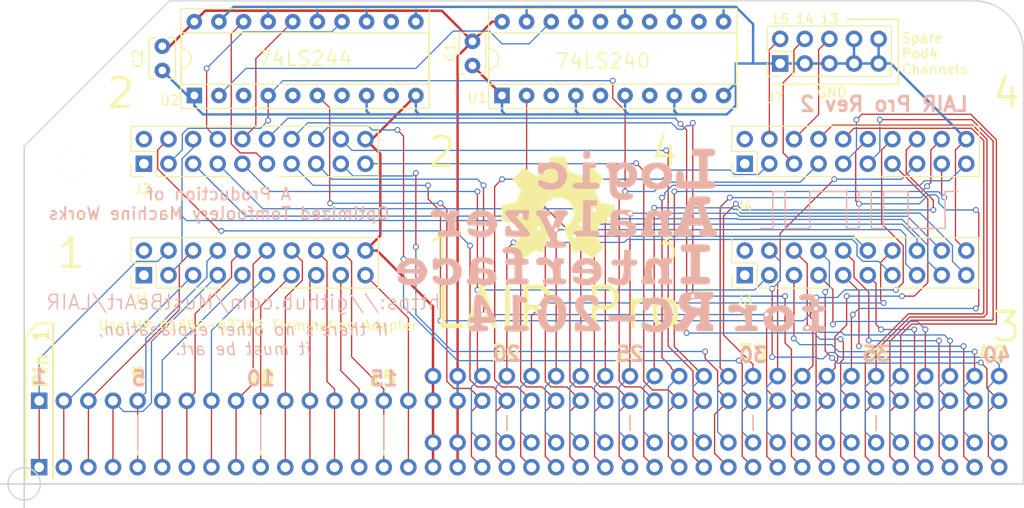
<source format=kicad_pcb>
(kicad_pcb (version 20171130) (host pcbnew "(5.1.2-1)-1")
  (title_block (title "LAIR Pro Logic Analyzer Interface for RC2014 Pro Bus") (date 2019-06-29) (rev "Rev 1") (company "Must Be Art") (comment 1 "Paul Williamson paul@mustbeart.com") (comment 2 https://github.com/MustBeArt/LAIR))
  (layers (0 F.Cu signal hide) (31 B.Cu signal hide) (34 B.Paste user) (35 F.Paste user) (36 B.SilkS user) (37 F.SilkS user hide) (38 B.Mask user) (39 F.Mask user) (44 Edge.Cuts user))
  (net 0 "")
  (net 1 /D0)
  (net 2 /D1)
  (net 3 /D2)
  (net 4 /D3)
  (net 5 /D4)
  (net 6 /D5)
  (net 7 /D6)
  (net 8 /D7)
  (net 9 /A15)
  (net 10 /A14)
  (net 11 /A13)
  (net 12 /A12)
  (net 13 /A11)
  (net 14 /A10)
  (net 15 /A9)
  (net 16 /A8)
  (net 17 /A7)
  (net 18 /A6)
  (net 19 /A5)
  (net 20 /A4)
  (net 21 /A3)
  (net 22 /A2)
  (net 23 /A1)
  (net 24 /A0)
  (net 25 /CLOCK2)
  (net 26 /CLOCK)
  (net 27 /XIORQ)
  (net 28 /RD)
  (net 29 /WR)
  (net 30 /INT)
  (net 31 /RESET)
  (net 32 /USER8)
  (net 33 /USER7)
  (net 34 /USER6)
  (net 35 /USER5)
  (net 36 /USER4)
  (net 37 /USER3)
  (net 38 /USER2)
  (net 39 /USER1)
  (net 40 /PAGE)
  (net 41 /BUSACK)
  (net 42 /HALT)
  (net 43 /BUSRQ)
  (net 44 /WAIT)
  (net 45 /NMI)
  (net 46 /D8)
  (net 47 /D9)
  (net 48 /D10)
  (net 49 /D11)
  (net 50 /D12)
  (net 51 /D13)
  (net 52 /D14)
  (net 53 /D15)
  (net 54 /RX)
  (net 55 /TX)
  (net 56 /RX2)
  (net 57 /TX2)
  (net 58 /POD4_D13)
  (net 59 /POD4_D14)
  (net 60 /POD4_D15)
  (net 61 /IORQ)
  (net 62 /MREQ)
  (net 63 /M1)
  (net 64 /XWR)
  (net 65 VCC)
  (net 66 GND)
  (net 67 /RFSH)
  (net 68 "Net-(U1-Pad18)")
  (net 69 /XM1)
  (module graphics:LAIR (layer F.Cu) (at 214.63 128.905)
    (fp_text reference "" (at 0 0) (layer F.SilkS) (effects (font (size 1.27 1.27))))
    (fp_text value "" (at 0 0) (layer F.SilkS) (effects (font (size 1.27 1.27))))
  )
  (module RC2014:PinHeader_2x10_P2.54mm_Vertical_ShroudKeyed (layer F.Cu) (at 228.246 131.825 90)
    (fp_text reference J3 (at -2.541 -0.027 180) (layer F.SilkS))
    (fp_text value Conn_02x10_Odd_Even)
    (pad 1 thru_hole rect (at 0 0 90) (size 1.7 1.7) (drill 1) (layers *.Cu *.Mask))
    (pad 2 thru_hole oval (at 2.54 0 90) (size 1.7 1.7) (drill 1) (layers *.Cu *.Mask))
    (pad 3 thru_hole oval (at 0 2.54 90) (size 1.7 1.7) (drill 1) (layers *.Cu *.Mask) (net 67 /RFSH))
    (pad 4 thru_hole oval (at 2.54 2.54 90) (size 1.7 1.7) (drill 1) (layers *.Cu *.Mask) (net 32 /USER8))
    (pad 5 thru_hole oval (at 0 5.08 90) (size 1.7 1.7) (drill 1) (layers *.Cu *.Mask) (net 33 /USER7))
    (pad 6 thru_hole oval (at 2.54 5.08 90) (size 1.7 1.7) (drill 1) (layers *.Cu *.Mask) (net 34 /USER6))
    (pad 7 thru_hole oval (at 0 7.62 90) (size 1.7 1.7) (drill 1) (layers *.Cu *.Mask) (net 35 /USER5))
    (pad 8 thru_hole oval (at 2.54 7.62 90) (size 1.7 1.7) (drill 1) (layers *.Cu *.Mask) (net 36 /USER4))
    (pad 9 thru_hole oval (at 0 10.16 90) (size 1.7 1.7) (drill 1) (layers *.Cu *.Mask) (net 37 /USER3))
    (pad 10 thru_hole oval (at 2.54 10.16 90) (size 1.7 1.7) (drill 1) (layers *.Cu *.Mask) (net 38 /USER2))
    (pad 11 thru_hole oval (at 0 12.7 90) (size 1.7 1.7) (drill 1) (layers *.Cu *.Mask) (net 39 /USER1))
    (pad 12 thru_hole oval (at 2.54 12.7 90) (size 1.7 1.7) (drill 1) (layers *.Cu *.Mask) (net 29 /WR))
    (pad 13 thru_hole oval (at 0 15.24 90) (size 1.7 1.7) (drill 1) (layers *.Cu *.Mask) (net 40 /PAGE))
    (pad 14 thru_hole oval (at 2.54 15.24 90) (size 1.7 1.7) (drill 1) (layers *.Cu *.Mask) (net 25 /CLOCK2))
    (pad 15 thru_hole oval (at 0 17.78 90) (size 1.7 1.7) (drill 1) (layers *.Cu *.Mask) (net 41 /BUSACK))
    (pad 16 thru_hole oval (at 2.54 17.78 90) (size 1.7 1.7) (drill 1) (layers *.Cu *.Mask) (net 42 /HALT))
    (pad 17 thru_hole oval (at 0 20.32 90) (size 1.7 1.7) (drill 1) (layers *.Cu *.Mask) (net 43 /BUSRQ))
    (pad 18 thru_hole oval (at 2.54 20.32 90) (size 1.7 1.7) (drill 1) (layers *.Cu *.Mask) (net 44 /WAIT))
    (pad 19 thru_hole oval (at 0 22.86 90) (size 1.7 1.7) (drill 1) (layers *.Cu *.Mask) (net 45 /NMI))
    (pad 20 thru_hole oval (at 2.54 22.86 90) (size 1.7 1.7) (drill 1) (layers *.Cu *.Mask) (net 66 GND))
  )
  (module RC2014:PinHeader_2x10_P2.54mm_Vertical_ShroudKeyed (layer F.Cu) (at 166.246 120.325 90)
    (fp_text reference J2 (at -2.611 -0.13 180) (layer F.SilkS))
    (fp_text value Conn_02x10_Odd_Even)
    (pad 1 thru_hole rect (at 0 0 90) (size 1.7 1.7) (drill 1) (layers *.Cu *.Mask))
    (pad 2 thru_hole oval (at 2.54 0 90) (size 1.7 1.7) (drill 1) (layers *.Cu *.Mask))
    (pad 3 thru_hole oval (at 0 2.54 90) (size 1.7 1.7) (drill 1) (layers *.Cu *.Mask) (net 61 /IORQ))
    (pad 4 thru_hole oval (at 2.54 2.54 90) (size 1.7 1.7) (drill 1) (layers *.Cu *.Mask) (net 31 /RESET))
    (pad 5 thru_hole oval (at 0 5.08 90) (size 1.7 1.7) (drill 1) (layers *.Cu *.Mask) (net 30 /INT))
    (pad 6 thru_hole oval (at 2.54 5.08 90) (size 1.7 1.7) (drill 1) (layers *.Cu *.Mask) (net 62 /MREQ))
    (pad 7 thru_hole oval (at 0 7.62 90) (size 1.7 1.7) (drill 1) (layers *.Cu *.Mask) (net 28 /RD))
    (pad 8 thru_hole oval (at 2.54 7.62 90) (size 1.7 1.7) (drill 1) (layers *.Cu *.Mask) (net 69 /XM1))
    (pad 9 thru_hole oval (at 0 10.16 90) (size 1.7 1.7) (drill 1) (layers *.Cu *.Mask) (net 67 /RFSH))
    (pad 10 thru_hole oval (at 2.54 10.16 90) (size 1.7 1.7) (drill 1) (layers *.Cu *.Mask) (net 27 /XIORQ))
    (pad 11 thru_hole oval (at 0 12.7 90) (size 1.7 1.7) (drill 1) (layers *.Cu *.Mask) (net 64 /XWR))
    (pad 12 thru_hole oval (at 2.54 12.7 90) (size 1.7 1.7) (drill 1) (layers *.Cu *.Mask) (net 8 /D7))
    (pad 13 thru_hole oval (at 0 15.24 90) (size 1.7 1.7) (drill 1) (layers *.Cu *.Mask) (net 7 /D6))
    (pad 14 thru_hole oval (at 2.54 15.24 90) (size 1.7 1.7) (drill 1) (layers *.Cu *.Mask) (net 6 /D5))
    (pad 15 thru_hole oval (at 0 17.78 90) (size 1.7 1.7) (drill 1) (layers *.Cu *.Mask) (net 5 /D4))
    (pad 16 thru_hole oval (at 2.54 17.78 90) (size 1.7 1.7) (drill 1) (layers *.Cu *.Mask) (net 4 /D3))
    (pad 17 thru_hole oval (at 0 20.32 90) (size 1.7 1.7) (drill 1) (layers *.Cu *.Mask) (net 3 /D2))
    (pad 18 thru_hole oval (at 2.54 20.32 90) (size 1.7 1.7) (drill 1) (layers *.Cu *.Mask) (net 2 /D1))
    (pad 19 thru_hole oval (at 0 22.86 90) (size 1.7 1.7) (drill 1) (layers *.Cu *.Mask) (net 1 /D0))
    (pad 20 thru_hole oval (at 2.54 22.86 90) (size 1.7 1.7) (drill 1) (layers *.Cu *.Mask) (net 66 GND))
  )
  (module RC2014:PinHeader_2x10_P2.54mm_Vertical_ShroudKeyed (layer F.Cu) (at 166.246 131.825 90)
    (fp_text reference J1 (at -2.541 -0.257 180) (layer F.SilkS))
    (fp_text value Conn_02x10_Odd_Even)
    (pad 1 thru_hole rect (at 0 0 90) (size 1.7 1.7) (drill 1) (layers *.Cu *.Mask))
    (pad 2 thru_hole oval (at 2.54 0 90) (size 1.7 1.7) (drill 1) (layers *.Cu *.Mask))
    (pad 3 thru_hole oval (at 0 2.54 90) (size 1.7 1.7) (drill 1) (layers *.Cu *.Mask) (net 62 /MREQ))
    (pad 4 thru_hole oval (at 2.54 2.54 90) (size 1.7 1.7) (drill 1) (layers *.Cu *.Mask) (net 9 /A15))
    (pad 5 thru_hole oval (at 0 5.08 90) (size 1.7 1.7) (drill 1) (layers *.Cu *.Mask) (net 10 /A14))
    (pad 6 thru_hole oval (at 2.54 5.08 90) (size 1.7 1.7) (drill 1) (layers *.Cu *.Mask) (net 11 /A13))
    (pad 7 thru_hole oval (at 0 7.62 90) (size 1.7 1.7) (drill 1) (layers *.Cu *.Mask) (net 12 /A12))
    (pad 8 thru_hole oval (at 2.54 7.62 90) (size 1.7 1.7) (drill 1) (layers *.Cu *.Mask) (net 13 /A11))
    (pad 9 thru_hole oval (at 0 10.16 90) (size 1.7 1.7) (drill 1) (layers *.Cu *.Mask) (net 14 /A10))
    (pad 10 thru_hole oval (at 2.54 10.16 90) (size 1.7 1.7) (drill 1) (layers *.Cu *.Mask) (net 15 /A9))
    (pad 11 thru_hole oval (at 0 12.7 90) (size 1.7 1.7) (drill 1) (layers *.Cu *.Mask) (net 16 /A8))
    (pad 12 thru_hole oval (at 2.54 12.7 90) (size 1.7 1.7) (drill 1) (layers *.Cu *.Mask) (net 17 /A7))
    (pad 13 thru_hole oval (at 0 15.24 90) (size 1.7 1.7) (drill 1) (layers *.Cu *.Mask) (net 18 /A6))
    (pad 14 thru_hole oval (at 2.54 15.24 90) (size 1.7 1.7) (drill 1) (layers *.Cu *.Mask) (net 19 /A5))
    (pad 15 thru_hole oval (at 0 17.78 90) (size 1.7 1.7) (drill 1) (layers *.Cu *.Mask) (net 20 /A4))
    (pad 16 thru_hole oval (at 2.54 17.78 90) (size 1.7 1.7) (drill 1) (layers *.Cu *.Mask) (net 21 /A3))
    (pad 17 thru_hole oval (at 0 20.32 90) (size 1.7 1.7) (drill 1) (layers *.Cu *.Mask) (net 22 /A2))
    (pad 18 thru_hole oval (at 2.54 20.32 90) (size 1.7 1.7) (drill 1) (layers *.Cu *.Mask) (net 23 /A1))
    (pad 19 thru_hole oval (at 0 22.86 90) (size 1.7 1.7) (drill 1) (layers *.Cu *.Mask) (net 24 /A0))
    (pad 20 thru_hole oval (at 2.54 22.86 90) (size 1.7 1.7) (drill 1) (layers *.Cu *.Mask) (net 66 GND))
  )
  (module RC2014:PinHeader_2x10_P2.54mm_Vertical_ShroudKeyed (layer F.Cu) (at 228.246 120.325 90)
    (fp_text reference J4 (at -4.445 -0.027) (layer F.SilkS))
    (fp_text value Conn_02x10_Odd_Even hide)
    (pad 1 thru_hole rect (at 0 0 90) (size 1.7 1.7) (drill 1) (layers *.Cu *.Mask))
    (pad 2 thru_hole oval (at 2.54 0 90) (size 1.7 1.7) (drill 1) (layers *.Cu *.Mask))
    (pad 3 thru_hole oval (at 0 2.54 90) (size 1.7 1.7) (drill 1) (layers *.Cu *.Mask) (net 26 /CLOCK))
    (pad 4 thru_hole oval (at 2.54 2.54 90) (size 1.7 1.7) (drill 1) (layers *.Cu *.Mask) (net 60 /POD4_D15))
    (pad 5 thru_hole oval (at 0 5.08 90) (size 1.7 1.7) (drill 1) (layers *.Cu *.Mask) (net 59 /POD4_D14))
    (pad 6 thru_hole oval (at 2.54 5.08 90) (size 1.7 1.7) (drill 1) (layers *.Cu *.Mask) (net 58 /POD4_D13))
    (pad 7 thru_hole oval (at 0 7.62 90) (size 1.7 1.7) (drill 1) (layers *.Cu *.Mask) (net 61 /IORQ))
    (pad 8 thru_hole oval (at 2.54 7.62 90) (size 1.7 1.7) (drill 1) (layers *.Cu *.Mask) (net 57 /TX2))
    (pad 9 thru_hole oval (at 0 10.16 90) (size 1.7 1.7) (drill 1) (layers *.Cu *.Mask) (net 56 /RX2))
    (pad 10 thru_hole oval (at 2.54 10.16 90) (size 1.7 1.7) (drill 1) (layers *.Cu *.Mask) (net 55 /TX))
    (pad 11 thru_hole oval (at 0 12.7 90) (size 1.7 1.7) (drill 1) (layers *.Cu *.Mask) (net 54 /RX))
    (pad 12 thru_hole oval (at 2.54 12.7 90) (size 1.7 1.7) (drill 1) (layers *.Cu *.Mask) (net 53 /D15))
    (pad 13 thru_hole oval (at 0 15.24 90) (size 1.7 1.7) (drill 1) (layers *.Cu *.Mask) (net 52 /D14))
    (pad 14 thru_hole oval (at 2.54 15.24 90) (size 1.7 1.7) (drill 1) (layers *.Cu *.Mask) (net 51 /D13))
    (pad 15 thru_hole oval (at 0 17.78 90) (size 1.7 1.7) (drill 1) (layers *.Cu *.Mask) (net 50 /D12))
    (pad 16 thru_hole oval (at 2.54 17.78 90) (size 1.7 1.7) (drill 1) (layers *.Cu *.Mask) (net 49 /D11))
    (pad 17 thru_hole oval (at 0 20.32 90) (size 1.7 1.7) (drill 1) (layers *.Cu *.Mask) (net 48 /D10))
    (pad 18 thru_hole oval (at 2.54 20.32 90) (size 1.7 1.7) (drill 1) (layers *.Cu *.Mask) (net 47 /D9))
    (pad 19 thru_hole oval (at 0 22.86 90) (size 1.7 1.7) (drill 1) (layers *.Cu *.Mask) (net 46 /D8))
    (pad 20 thru_hole oval (at 2.54 22.86 90) (size 1.7 1.7) (drill 1) (layers *.Cu *.Mask) (net 66 GND))
  )
  (module Connector_PinHeader_2.54mm:PinHeader_2x05_P2.54mm_Vertical (layer F.Cu) (at 231.902 109.982 90)
    (fp_text reference J7 (at -3.556 -0.508 180) (layer F.SilkS))
    (fp_text value Conn_02x05_Odd_Even hide)
    (pad 1 thru_hole rect (at 0 0 90) (size 1.7 1.7) (drill 1) (layers *.Cu *.Mask) (net 66 GND))
    (pad 2 thru_hole oval (at 2.54 0 90) (size 1.7 1.7) (drill 1) (layers *.Cu *.Mask) (net 60 /POD4_D15))
    (pad 3 thru_hole oval (at 0 2.54 90) (size 1.7 1.7) (drill 1) (layers *.Cu *.Mask) (net 66 GND))
    (pad 4 thru_hole oval (at 2.54 2.54 90) (size 1.7 1.7) (drill 1) (layers *.Cu *.Mask) (net 59 /POD4_D14))
    (pad 5 thru_hole oval (at 0 5.08 90) (size 1.7 1.7) (drill 1) (layers *.Cu *.Mask) (net 66 GND))
    (pad 6 thru_hole oval (at 2.54 5.08 90) (size 1.7 1.7) (drill 1) (layers *.Cu *.Mask) (net 58 /POD4_D13))
    (pad 7 thru_hole oval (at 0 7.62 90) (size 1.7 1.7) (drill 1) (layers *.Cu *.Mask) (net 66 GND))
    (pad 8 thru_hole oval (at 2.54 7.62 90) (size 1.7 1.7) (drill 1) (layers *.Cu *.Mask) (net 66 GND))
    (pad 9 thru_hole oval (at 0 10.16 90) (size 1.7 1.7) (drill 1) (layers *.Cu *.Mask) (net 66 GND))
    (pad 10 thru_hole oval (at 2.54 10.16 90) (size 1.7 1.7) (drill 1) (layers *.Cu *.Mask) (net 66 GND))
  )
  (module RC2014:PinHeader_RC2014_Pro (layer F.Cu) (at 254.5 149.098 270)
    (fp_text reference J5 hide)
    (fp_text value RC2014_Pro_Bus)
    (pad 1a thru_hole rect (at 2.54 99.06 270) (size 1.7 1.7) (drill 1) (layers *.Cu *.Mask) (net 9 /A15))
    (pad 2a thru_hole oval (at 2.54 96.52 270) (size 1.7 1.7) (drill 1) (layers *.Cu *.Mask) (net 10 /A14))
    (pad 3a thru_hole oval (at 2.54 93.98 270) (size 1.7 1.7) (drill 1) (layers *.Cu *.Mask) (net 11 /A13))
    (pad 4a thru_hole oval (at 2.54 91.44 270) (size 1.7 1.7) (drill 1) (layers *.Cu *.Mask) (net 12 /A12))
    (pad 5a thru_hole oval (at 2.54 88.9 270) (size 1.7 1.7) (drill 1) (layers *.Cu *.Mask) (net 13 /A11))
    (pad 6a thru_hole oval (at 2.54 86.36 270) (size 1.7 1.7) (drill 1) (layers *.Cu *.Mask) (net 14 /A10))
    (pad 7a thru_hole oval (at 2.54 83.82 270) (size 1.7 1.7) (drill 1) (layers *.Cu *.Mask) (net 15 /A9))
    (pad 8a thru_hole oval (at 2.54 81.28 270) (size 1.7 1.7) (drill 1) (layers *.Cu *.Mask) (net 16 /A8))
    (pad 9a thru_hole oval (at 2.54 78.74 270) (size 1.7 1.7) (drill 1) (layers *.Cu *.Mask) (net 17 /A7))
    (pad 10a thru_hole oval (at 2.54 76.2 270) (size 1.7 1.7) (drill 1) (layers *.Cu *.Mask) (net 18 /A6))
    (pad 11a thru_hole oval (at 2.54 73.66 270) (size 1.7 1.7) (drill 1) (layers *.Cu *.Mask) (net 19 /A5))
    (pad 12a thru_hole oval (at 2.54 71.12 270) (size 1.7 1.7) (drill 1) (layers *.Cu *.Mask) (net 20 /A4))
    (pad 13a thru_hole oval (at 2.54 68.58 270) (size 1.7 1.7) (drill 1) (layers *.Cu *.Mask) (net 21 /A3))
    (pad 14a thru_hole oval (at 2.54 66.04 270) (size 1.7 1.7) (drill 1) (layers *.Cu *.Mask) (net 22 /A2))
    (pad 15a thru_hole oval (at 2.54 63.5 270) (size 1.7 1.7) (drill 1) (layers *.Cu *.Mask) (net 23 /A1))
    (pad 16a thru_hole oval (at 2.54 60.96 270) (size 1.7 1.7) (drill 1) (layers *.Cu *.Mask) (net 24 /A0))
    (pad 17a thru_hole oval (at 2.54 58.42 270) (size 1.7 1.7) (drill 1) (layers *.Cu *.Mask) (net 66 GND))
    (pad 17b thru_hole oval (at 0 58.42 270) (size 1.7 1.7) (drill 1) (layers *.Cu *.Mask) (net 66 GND))
    (pad 18a thru_hole oval (at 2.54 55.88 270) (size 1.7 1.7) (drill 1) (layers *.Cu *.Mask) (net 65 VCC))
    (pad 18b thru_hole oval (at 0 55.88 270) (size 1.7 1.7) (drill 1) (layers *.Cu *.Mask) (net 65 VCC))
    (pad 19a thru_hole oval (at 2.54 53.34 270) (size 1.7 1.7) (drill 1) (layers *.Cu *.Mask) (net 63 /M1))
    (pad 19b thru_hole oval (at 0 53.34 270) (size 1.7 1.7) (drill 1) (layers *.Cu *.Mask) (net 67 /RFSH))
    (pad 20a thru_hole oval (at 2.54 50.8 270) (size 1.7 1.7) (drill 1) (layers *.Cu *.Mask) (net 31 /RESET))
    (pad 20b thru_hole oval (at 0 50.8 270) (size 1.7 1.7) (drill 1) (layers *.Cu *.Mask) (net 40 /PAGE))
    (pad 21a thru_hole oval (at 2.54 48.26 270) (size 1.7 1.7) (drill 1) (layers *.Cu *.Mask) (net 26 /CLOCK))
    (pad 21b thru_hole oval (at 0 48.26 270) (size 1.7 1.7) (drill 1) (layers *.Cu *.Mask) (net 25 /CLOCK2))
    (pad 22a thru_hole oval (at 2.54 45.72 270) (size 1.7 1.7) (drill 1) (layers *.Cu *.Mask) (net 30 /INT))
    (pad 22b thru_hole oval (at 0 45.72 270) (size 1.7 1.7) (drill 1) (layers *.Cu *.Mask) (net 41 /BUSACK))
    (pad 23a thru_hole oval (at 2.54 43.18 270) (size 1.7 1.7) (drill 1) (layers *.Cu *.Mask) (net 62 /MREQ))
    (pad 23b thru_hole oval (at 0 43.18 270) (size 1.7 1.7) (drill 1) (layers *.Cu *.Mask) (net 42 /HALT))
    (pad 24a thru_hole oval (at 2.54 40.64 270) (size 1.7 1.7) (drill 1) (layers *.Cu *.Mask) (net 29 /WR))
    (pad 24b thru_hole oval (at 0 40.64 270) (size 1.7 1.7) (drill 1) (layers *.Cu *.Mask) (net 43 /BUSRQ))
    (pad 25a thru_hole oval (at 2.54 38.1 270) (size 1.7 1.7) (drill 1) (layers *.Cu *.Mask) (net 28 /RD))
    (pad 25b thru_hole oval (at 0 38.1 270) (size 1.7 1.7) (drill 1) (layers *.Cu *.Mask) (net 44 /WAIT))
    (pad 26a thru_hole oval (at 2.54 35.56 270) (size 1.7 1.7) (drill 1) (layers *.Cu *.Mask) (net 61 /IORQ))
    (pad 26b thru_hole oval (at 0 35.56 270) (size 1.7 1.7) (drill 1) (layers *.Cu *.Mask) (net 45 /NMI))
    (pad 27a thru_hole oval (at 2.54 33.02 270) (size 1.7 1.7) (drill 1) (layers *.Cu *.Mask) (net 1 /D0))
    (pad 27b thru_hole oval (at 0 33.02 270) (size 1.7 1.7) (drill 1) (layers *.Cu *.Mask) (net 46 /D8))
    (pad 28a thru_hole oval (at 2.54 30.48 270) (size 1.7 1.7) (drill 1) (layers *.Cu *.Mask) (net 2 /D1))
    (pad 28b thru_hole oval (at 0 30.48 270) (size 1.7 1.7) (drill 1) (layers *.Cu *.Mask) (net 47 /D9))
    (pad 29a thru_hole oval (at 2.54 27.94 270) (size 1.7 1.7) (drill 1) (layers *.Cu *.Mask) (net 3 /D2))
    (pad 29b thru_hole oval (at 0 27.94 270) (size 1.7 1.7) (drill 1) (layers *.Cu *.Mask) (net 48 /D10))
    (pad 30a thru_hole oval (at 2.54 25.4 270) (size 1.7 1.7) (drill 1) (layers *.Cu *.Mask) (net 4 /D3))
    (pad 30b thru_hole oval (at 0 25.4 270) (size 1.7 1.7) (drill 1) (layers *.Cu *.Mask) (net 49 /D11))
    (pad 31a thru_hole oval (at 2.54 22.86 270) (size 1.7 1.7) (drill 1) (layers *.Cu *.Mask) (net 5 /D4))
    (pad 31b thru_hole oval (at 0 22.86 270) (size 1.7 1.7) (drill 1) (layers *.Cu *.Mask) (net 50 /D12))
    (pad 32a thru_hole oval (at 2.54 20.32 270) (size 1.7 1.7) (drill 1) (layers *.Cu *.Mask) (net 6 /D5))
    (pad 32b thru_hole oval (at 0 20.32 270) (size 1.7 1.7) (drill 1) (layers *.Cu *.Mask) (net 51 /D13))
    (pad 33a thru_hole oval (at 2.54 17.78 270) (size 1.7 1.7) (drill 1) (layers *.Cu *.Mask) (net 7 /D6))
    (pad 33b thru_hole oval (at 0 17.78 270) (size 1.7 1.7) (drill 1) (layers *.Cu *.Mask) (net 52 /D14))
    (pad 34a thru_hole oval (at 2.54 15.24 270) (size 1.7 1.7) (drill 1) (layers *.Cu *.Mask) (net 8 /D7))
    (pad 34b thru_hole oval (at 0 15.24 270) (size 1.7 1.7) (drill 1) (layers *.Cu *.Mask) (net 53 /D15))
    (pad 35a thru_hole oval (at 2.54 12.7 270) (size 1.7 1.7) (drill 1) (layers *.Cu *.Mask) (net 55 /TX))
    (pad 35b thru_hole oval (at 0 12.7 270) (size 1.7 1.7) (drill 1) (layers *.Cu *.Mask) (net 57 /TX2))
    (pad 36a thru_hole oval (at 2.54 10.16 270) (size 1.7 1.7) (drill 1) (layers *.Cu *.Mask) (net 54 /RX))
    (pad 36b thru_hole oval (at 0 10.16 270) (size 1.7 1.7) (drill 1) (layers *.Cu *.Mask) (net 56 /RX2))
    (pad 37a thru_hole oval (at 2.54 7.62 270) (size 1.7 1.7) (drill 1) (layers *.Cu *.Mask) (net 39 /USER1))
    (pad 37b thru_hole oval (at 0 7.62 270) (size 1.7 1.7) (drill 1) (layers *.Cu *.Mask) (net 35 /USER5))
    (pad 38a thru_hole oval (at 2.54 5.08 270) (size 1.7 1.7) (drill 1) (layers *.Cu *.Mask) (net 38 /USER2))
    (pad 38b thru_hole oval (at 0 5.08 270) (size 1.7 1.7) (drill 1) (layers *.Cu *.Mask) (net 34 /USER6))
    (pad 39a thru_hole oval (at 2.54 2.54 270) (size 1.7 1.7) (drill 1) (layers *.Cu *.Mask) (net 37 /USER3))
    (pad 39b thru_hole oval (at 0 2.54 270) (size 1.7 1.7) (drill 1) (layers *.Cu *.Mask) (net 33 /USER7))
    (pad 40a thru_hole oval (at 2.54 0 270) (size 1.7 1.7) (drill 1) (layers *.Cu *.Mask) (net 36 /USER4))
    (pad 40b thru_hole oval (at 0 0 270) (size 1.7 1.7) (drill 1) (layers *.Cu *.Mask) (net 32 /USER8))
  )
  (module RC2014:PinHeader_RC2014_Pro (layer F.Cu) (at 254.5 142.24 270)
    (fp_text reference J6 hide)
    (fp_text value RC2014_Pro_Bus)
    (pad 1a thru_hole rect (at 2.54 99.06 270) (size 1.7 1.7) (drill 1) (layers *.Cu *.Mask) (net 9 /A15))
    (pad 2a thru_hole oval (at 2.54 96.52 270) (size 1.7 1.7) (drill 1) (layers *.Cu *.Mask) (net 10 /A14))
    (pad 3a thru_hole oval (at 2.54 93.98 270) (size 1.7 1.7) (drill 1) (layers *.Cu *.Mask) (net 11 /A13))
    (pad 4a thru_hole oval (at 2.54 91.44 270) (size 1.7 1.7) (drill 1) (layers *.Cu *.Mask) (net 12 /A12))
    (pad 5a thru_hole oval (at 2.54 88.9 270) (size 1.7 1.7) (drill 1) (layers *.Cu *.Mask) (net 13 /A11))
    (pad 6a thru_hole oval (at 2.54 86.36 270) (size 1.7 1.7) (drill 1) (layers *.Cu *.Mask) (net 14 /A10))
    (pad 7a thru_hole oval (at 2.54 83.82 270) (size 1.7 1.7) (drill 1) (layers *.Cu *.Mask) (net 15 /A9))
    (pad 8a thru_hole oval (at 2.54 81.28 270) (size 1.7 1.7) (drill 1) (layers *.Cu *.Mask) (net 16 /A8))
    (pad 9a thru_hole oval (at 2.54 78.74 270) (size 1.7 1.7) (drill 1) (layers *.Cu *.Mask) (net 17 /A7))
    (pad 10a thru_hole oval (at 2.54 76.2 270) (size 1.7 1.7) (drill 1) (layers *.Cu *.Mask) (net 18 /A6))
    (pad 11a thru_hole oval (at 2.54 73.66 270) (size 1.7 1.7) (drill 1) (layers *.Cu *.Mask) (net 19 /A5))
    (pad 12a thru_hole oval (at 2.54 71.12 270) (size 1.7 1.7) (drill 1) (layers *.Cu *.Mask) (net 20 /A4))
    (pad 13a thru_hole oval (at 2.54 68.58 270) (size 1.7 1.7) (drill 1) (layers *.Cu *.Mask) (net 21 /A3))
    (pad 14a thru_hole oval (at 2.54 66.04 270) (size 1.7 1.7) (drill 1) (layers *.Cu *.Mask) (net 22 /A2))
    (pad 15a thru_hole oval (at 2.54 63.5 270) (size 1.7 1.7) (drill 1) (layers *.Cu *.Mask) (net 23 /A1))
    (pad 16a thru_hole oval (at 2.54 60.96 270) (size 1.7 1.7) (drill 1) (layers *.Cu *.Mask) (net 24 /A0))
    (pad 17a thru_hole oval (at 2.54 58.42 270) (size 1.7 1.7) (drill 1) (layers *.Cu *.Mask) (net 66 GND))
    (pad 17b thru_hole oval (at 0 58.42 270) (size 1.7 1.7) (drill 1) (layers *.Cu *.Mask) (net 66 GND))
    (pad 18a thru_hole oval (at 2.54 55.88 270) (size 1.7 1.7) (drill 1) (layers *.Cu *.Mask) (net 65 VCC))
    (pad 18b thru_hole oval (at 0 55.88 270) (size 1.7 1.7) (drill 1) (layers *.Cu *.Mask) (net 65 VCC))
    (pad 19a thru_hole oval (at 2.54 53.34 270) (size 1.7 1.7) (drill 1) (layers *.Cu *.Mask) (net 63 /M1))
    (pad 19b thru_hole oval (at 0 53.34 270) (size 1.7 1.7) (drill 1) (layers *.Cu *.Mask) (net 67 /RFSH))
    (pad 20a thru_hole oval (at 2.54 50.8 270) (size 1.7 1.7) (drill 1) (layers *.Cu *.Mask) (net 31 /RESET))
    (pad 20b thru_hole oval (at 0 50.8 270) (size 1.7 1.7) (drill 1) (layers *.Cu *.Mask) (net 40 /PAGE))
    (pad 21a thru_hole oval (at 2.54 48.26 270) (size 1.7 1.7) (drill 1) (layers *.Cu *.Mask) (net 26 /CLOCK))
    (pad 21b thru_hole oval (at 0 48.26 270) (size 1.7 1.7) (drill 1) (layers *.Cu *.Mask) (net 25 /CLOCK2))
    (pad 22a thru_hole oval (at 2.54 45.72 270) (size 1.7 1.7) (drill 1) (layers *.Cu *.Mask) (net 30 /INT))
    (pad 22b thru_hole oval (at 0 45.72 270) (size 1.7 1.7) (drill 1) (layers *.Cu *.Mask) (net 41 /BUSACK))
    (pad 23a thru_hole oval (at 2.54 43.18 270) (size 1.7 1.7) (drill 1) (layers *.Cu *.Mask) (net 62 /MREQ))
    (pad 23b thru_hole oval (at 0 43.18 270) (size 1.7 1.7) (drill 1) (layers *.Cu *.Mask) (net 42 /HALT))
    (pad 24a thru_hole oval (at 2.54 40.64 270) (size 1.7 1.7) (drill 1) (layers *.Cu *.Mask) (net 29 /WR))
    (pad 24b thru_hole oval (at 0 40.64 270) (size 1.7 1.7) (drill 1) (layers *.Cu *.Mask) (net 43 /BUSRQ))
    (pad 25a thru_hole oval (at 2.54 38.1 270) (size 1.7 1.7) (drill 1) (layers *.Cu *.Mask) (net 28 /RD))
    (pad 25b thru_hole oval (at 0 38.1 270) (size 1.7 1.7) (drill 1) (layers *.Cu *.Mask) (net 44 /WAIT))
    (pad 26a thru_hole oval (at 2.54 35.56 270) (size 1.7 1.7) (drill 1) (layers *.Cu *.Mask) (net 61 /IORQ))
    (pad 26b thru_hole oval (at 0 35.56 270) (size 1.7 1.7) (drill 1) (layers *.Cu *.Mask) (net 45 /NMI))
    (pad 27a thru_hole oval (at 2.54 33.02 270) (size 1.7 1.7) (drill 1) (layers *.Cu *.Mask) (net 1 /D0))
    (pad 27b thru_hole oval (at 0 33.02 270) (size 1.7 1.7) (drill 1) (layers *.Cu *.Mask) (net 46 /D8))
    (pad 28a thru_hole oval (at 2.54 30.48 270) (size 1.7 1.7) (drill 1) (layers *.Cu *.Mask) (net 2 /D1))
    (pad 28b thru_hole oval (at 0 30.48 270) (size 1.7 1.7) (drill 1) (layers *.Cu *.Mask) (net 47 /D9))
    (pad 29a thru_hole oval (at 2.54 27.94 270) (size 1.7 1.7) (drill 1) (layers *.Cu *.Mask) (net 3 /D2))
    (pad 29b thru_hole oval (at 0 27.94 270) (size 1.7 1.7) (drill 1) (layers *.Cu *.Mask) (net 48 /D10))
    (pad 30a thru_hole oval (at 2.54 25.4 270) (size 1.7 1.7) (drill 1) (layers *.Cu *.Mask) (net 4 /D3))
    (pad 30b thru_hole oval (at 0 25.4 270) (size 1.7 1.7) (drill 1) (layers *.Cu *.Mask) (net 49 /D11))
    (pad 31a thru_hole oval (at 2.54 22.86 270) (size 1.7 1.7) (drill 1) (layers *.Cu *.Mask) (net 5 /D4))
    (pad 31b thru_hole oval (at 0 22.86 270) (size 1.7 1.7) (drill 1) (layers *.Cu *.Mask) (net 50 /D12))
    (pad 32a thru_hole oval (at 2.54 20.32 270) (size 1.7 1.7) (drill 1) (layers *.Cu *.Mask) (net 6 /D5))
    (pad 32b thru_hole oval (at 0 20.32 270) (size 1.7 1.7) (drill 1) (layers *.Cu *.Mask) (net 51 /D13))
    (pad 33a thru_hole oval (at 2.54 17.78 270) (size 1.7 1.7) (drill 1) (layers *.Cu *.Mask) (net 7 /D6))
    (pad 33b thru_hole oval (at 0 17.78 270) (size 1.7 1.7) (drill 1) (layers *.Cu *.Mask) (net 52 /D14))
    (pad 34a thru_hole oval (at 2.54 15.24 270) (size 1.7 1.7) (drill 1) (layers *.Cu *.Mask) (net 8 /D7))
    (pad 34b thru_hole oval (at 0 15.24 270) (size 1.7 1.7) (drill 1) (layers *.Cu *.Mask) (net 53 /D15))
    (pad 35a thru_hole oval (at 2.54 12.7 270) (size 1.7 1.7) (drill 1) (layers *.Cu *.Mask) (net 55 /TX))
    (pad 35b thru_hole oval (at 0 12.7 270) (size 1.7 1.7) (drill 1) (layers *.Cu *.Mask) (net 57 /TX2))
    (pad 36a thru_hole oval (at 2.54 10.16 270) (size 1.7 1.7) (drill 1) (layers *.Cu *.Mask) (net 54 /RX))
    (pad 36b thru_hole oval (at 0 10.16 270) (size 1.7 1.7) (drill 1) (layers *.Cu *.Mask) (net 56 /RX2))
    (pad 37a thru_hole oval (at 2.54 7.62 270) (size 1.7 1.7) (drill 1) (layers *.Cu *.Mask) (net 39 /USER1))
    (pad 37b thru_hole oval (at 0 7.62 270) (size 1.7 1.7) (drill 1) (layers *.Cu *.Mask) (net 35 /USER5))
    (pad 38a thru_hole oval (at 2.54 5.08 270) (size 1.7 1.7) (drill 1) (layers *.Cu *.Mask) (net 38 /USER2))
    (pad 38b thru_hole oval (at 0 5.08 270) (size 1.7 1.7) (drill 1) (layers *.Cu *.Mask) (net 34 /USER6))
    (pad 39a thru_hole oval (at 2.54 2.54 270) (size 1.7 1.7) (drill 1) (layers *.Cu *.Mask) (net 37 /USER3))
    (pad 39b thru_hole oval (at 0 2.54 270) (size 1.7 1.7) (drill 1) (layers *.Cu *.Mask) (net 33 /USER7))
    (pad 40a thru_hole oval (at 2.54 0 270) (size 1.7 1.7) (drill 1) (layers *.Cu *.Mask) (net 36 /USER4))
    (pad 40b thru_hole oval (at 0 0 270) (size 1.7 1.7) (drill 1) (layers *.Cu *.Mask) (net 32 /USER8))
  )
  (module Mounting_Holes:MountingHole_3.2mm_M3 (layer F.Cu) (at 158.9278 120.2436)
    (fp_text reference "" hide)
    (fp_text value "" hide)
    (pad "" np_thru_hole circle (at 0 0) (size 3.2 3.2) (drill 3.2) (layers *.Cu *.Mask F.SilkS))
  )
  (module Capacitor_THT:C_Rect_L4.0mm_W2.5mm_P2.50mm (layer F.Cu) (at 200.152 107.696 270)
    (fp_text reference C1 (at 1.143 2.286 90) (layer F.SilkS))
    (fp_text value 100nF)
    (pad 1 thru_hole circle (at 0 0 270) (size 1.6 1.6) (drill 0.8) (layers *.Cu *.Mask) (net 65 VCC))
    (pad 2 thru_hole circle (at 2.5 0 270) (size 1.6 1.6) (drill 0.8) (layers *.Cu *.Mask) (net 66 GND))
  )
  (module Capacitor_THT:C_Rect_L4.0mm_W2.5mm_P2.50mm (layer F.Cu) (at 168.148 108.204 270)
    (fp_text reference C2 (at 1.27 2.54 90) (layer F.SilkS))
    (fp_text value 100nF)
    (pad 1 thru_hole circle (at 0 0 270) (size 1.6 1.6) (drill 0.8) (layers *.Cu *.Mask) (net 65 VCC))
    (pad 2 thru_hole circle (at 2.5 0 270) (size 1.6 1.6) (drill 0.8) (layers *.Cu *.Mask) (net 66 GND))
  )
  (module Package_DIP:DIP-20_W7.62mm_Socket (layer F.Cu) (at 203.2 113.284 90)
    (fp_text reference U1 (at -0.254 -2.54 180) (layer F.SilkS))
    (fp_text value 74LS240)
    (pad 1 thru_hole rect (at 0 0 90) (size 1.6 1.6) (drill 0.8) (layers *.Cu *.Mask) (net 66 GND))
    (pad 11 thru_hole oval (at 7.62 22.86 90) (size 1.6 1.6) (drill 0.8) (layers *.Cu *.Mask) (net 66 GND))
    (pad 2 thru_hole oval (at 0 2.54 90) (size 1.6 1.6) (drill 0.8) (layers *.Cu *.Mask) (net 29 /WR))
    (pad 12 thru_hole oval (at 7.62 20.32 90) (size 1.6 1.6) (drill 0.8) (layers *.Cu *.Mask))
    (pad 3 thru_hole oval (at 0 5.08 90) (size 1.6 1.6) (drill 0.8) (layers *.Cu *.Mask))
    (pad 13 thru_hole oval (at 7.62 17.78 90) (size 1.6 1.6) (drill 0.8) (layers *.Cu *.Mask) (net 66 GND))
    (pad 4 thru_hole oval (at 0 7.62 90) (size 1.6 1.6) (drill 0.8) (layers *.Cu *.Mask) (net 66 GND))
    (pad 14 thru_hole oval (at 7.62 15.24 90) (size 1.6 1.6) (drill 0.8) (layers *.Cu *.Mask))
    (pad 5 thru_hole oval (at 0 10.16 90) (size 1.6 1.6) (drill 0.8) (layers *.Cu *.Mask))
    (pad 15 thru_hole oval (at 7.62 12.7 90) (size 1.6 1.6) (drill 0.8) (layers *.Cu *.Mask) (net 66 GND))
    (pad 6 thru_hole oval (at 0 12.7 90) (size 1.6 1.6) (drill 0.8) (layers *.Cu *.Mask) (net 66 GND))
    (pad 16 thru_hole oval (at 7.62 10.16 90) (size 1.6 1.6) (drill 0.8) (layers *.Cu *.Mask))
    (pad 7 thru_hole oval (at 0 15.24 90) (size 1.6 1.6) (drill 0.8) (layers *.Cu *.Mask))
    (pad 17 thru_hole oval (at 7.62 7.62 90) (size 1.6 1.6) (drill 0.8) (layers *.Cu *.Mask) (net 66 GND))
    (pad 8 thru_hole oval (at 0 17.78 90) (size 1.6 1.6) (drill 0.8) (layers *.Cu *.Mask) (net 66 GND))
    (pad 18 thru_hole oval (at 7.62 5.08 90) (size 1.6 1.6) (drill 0.8) (layers *.Cu *.Mask) (net 68 "Net-(U1-Pad18)"))
    (pad 9 thru_hole oval (at 0 20.32 90) (size 1.6 1.6) (drill 0.8) (layers *.Cu *.Mask))
    (pad 19 thru_hole oval (at 7.62 2.54 90) (size 1.6 1.6) (drill 0.8) (layers *.Cu *.Mask) (net 66 GND))
    (pad 10 thru_hole oval (at 0 22.86 90) (size 1.6 1.6) (drill 0.8) (layers *.Cu *.Mask) (net 66 GND))
    (pad 20 thru_hole oval (at 7.62 0 90) (size 1.6 1.6) (drill 0.8) (layers *.Cu *.Mask) (net 65 VCC))
  )
  (module Package_DIP:DIP-20_W7.62mm_Socket (layer F.Cu) (at 171.45 113.284 90)
    (fp_text reference U2 (at -0.508 -2.54 180) (layer F.SilkS))
    (fp_text value 74LS244)
    (pad 20 thru_hole oval (at 7.62 0 90) (size 1.6 1.6) (drill 0.8) (layers *.Cu *.Mask) (net 65 VCC))
    (pad 10 thru_hole oval (at 0 22.86 90) (size 1.6 1.6) (drill 0.8) (layers *.Cu *.Mask) (net 66 GND))
    (pad 19 thru_hole oval (at 7.62 2.54 90) (size 1.6 1.6) (drill 0.8) (layers *.Cu *.Mask) (net 66 GND))
    (pad 9 thru_hole oval (at 0 20.32 90) (size 1.6 1.6) (drill 0.8) (layers *.Cu *.Mask))
    (pad 18 thru_hole oval (at 7.62 5.08 90) (size 1.6 1.6) (drill 0.8) (layers *.Cu *.Mask) (net 64 /XWR))
    (pad 8 thru_hole oval (at 0 17.78 90) (size 1.6 1.6) (drill 0.8) (layers *.Cu *.Mask) (net 66 GND))
    (pad 17 thru_hole oval (at 7.62 7.62 90) (size 1.6 1.6) (drill 0.8) (layers *.Cu *.Mask) (net 66 GND))
    (pad 7 thru_hole oval (at 0 15.24 90) (size 1.6 1.6) (drill 0.8) (layers *.Cu *.Mask))
    (pad 16 thru_hole oval (at 7.62 10.16 90) (size 1.6 1.6) (drill 0.8) (layers *.Cu *.Mask) (net 27 /XIORQ))
    (pad 6 thru_hole oval (at 0 12.7 90) (size 1.6 1.6) (drill 0.8) (layers *.Cu *.Mask) (net 63 /M1))
    (pad 15 thru_hole oval (at 7.62 12.7 90) (size 1.6 1.6) (drill 0.8) (layers *.Cu *.Mask) (net 66 GND))
    (pad 5 thru_hole oval (at 0 10.16 90) (size 1.6 1.6) (drill 0.8) (layers *.Cu *.Mask))
    (pad 14 thru_hole oval (at 7.62 15.24 90) (size 1.6 1.6) (drill 0.8) (layers *.Cu *.Mask) (net 69 /XM1))
    (pad 4 thru_hole oval (at 0 7.62 90) (size 1.6 1.6) (drill 0.8) (layers *.Cu *.Mask) (net 61 /IORQ))
    (pad 13 thru_hole oval (at 7.62 17.78 90) (size 1.6 1.6) (drill 0.8) (layers *.Cu *.Mask) (net 66 GND))
    (pad 3 thru_hole oval (at 0 5.08 90) (size 1.6 1.6) (drill 0.8) (layers *.Cu *.Mask))
    (pad 12 thru_hole oval (at 7.62 20.32 90) (size 1.6 1.6) (drill 0.8) (layers *.Cu *.Mask))
    (pad 2 thru_hole oval (at 0 2.54 90) (size 1.6 1.6) (drill 0.8) (layers *.Cu *.Mask) (net 68 "Net-(U1-Pad18)"))
    (pad 11 thru_hole oval (at 7.62 22.86 90) (size 1.6 1.6) (drill 0.8) (layers *.Cu *.Mask) (net 66 GND))
    (pad 1 thru_hole rect (at 0 0 90) (size 1.6 1.6) (drill 0.8) (layers *.Cu *.Mask) (net 66 GND))
  )
  (gr_text 3 (at 255.27 137.16) (layer F.SilkS) (effects (font (size 3 3) (thickness 0.3))))
  (gr_text 4 (at 255.27 113.03) (layer F.SilkS) (effects (font (size 3 3) (thickness 0.3))))
  (gr_text 2 (at 163.83 113.03) (layer F.SilkS) (effects (font (size 3 3) (thickness 0.3))))
  (gr_text 1 (at 158.75 129.54) (layer F.SilkS) (effects (font (size 3 3) (thickness 0.3))))
  (gr_text "If there’s no other explanation,\nit must be art." (at 176.53 138.43) (layer B.SilkS) (effects (font (size 1.25 1.25) (thickness 0.15) italic) (justify mirror)))
  (gr_line (start 231.14 127) (end 229.87 127) (layer B.SilkS) (width 0.15))
  (gr_line (start 231.14 123.19) (end 231.14 127) (layer B.SilkS) (width 0.15))
  (gr_line (start 232.41 123.19) (end 231.14 123.19) (layer B.SilkS) (width 0.15))
  (gr_line (start 232.41 127) (end 232.41 123.19) (layer B.SilkS) (width 0.15))
  (gr_line (start 234.95 127) (end 232.41 127) (layer B.SilkS) (width 0.15))
  (gr_line (start 234.95 123.19) (end 234.95 127) (layer B.SilkS) (width 0.15))
  (gr_line (start 238.76 123.19) (end 234.95 123.19) (layer B.SilkS) (width 0.15))
  (gr_line (start 238.76 127) (end 238.76 123.19) (layer B.SilkS) (width 0.15))
  (gr_line (start 240.03 127) (end 238.76 127) (layer B.SilkS) (width 0.15))
  (gr_line (start 240.03 123.19) (end 240.03 127) (layer B.SilkS) (width 0.15))
  (gr_line (start 241.3 123.19) (end 240.03 123.19) (layer B.SilkS) (width 0.15))
  (gr_line (start 241.3 127) (end 241.3 123.19) (layer B.SilkS) (width 0.15))
  (gr_line (start 242.57 127) (end 241.3 127) (layer B.SilkS) (width 0.15))
  (gr_line (start 242.57 123.19) (end 242.57 127) (layer B.SilkS) (width 0.15))
  (gr_line (start 245.11 123.19) (end 242.57 123.19) (layer B.SilkS) (width 0.15))
  (gr_line (start 245.11 127) (end 245.11 123.19) (layer B.SilkS) (width 0.15))
  (gr_line (start 248.92 127) (end 245.11 127) (layer B.SilkS) (width 0.15))
  (gr_line (start 248.92 123.19) (end 248.92 127) (layer B.SilkS) (width 0.15))
  (gr_line (start 250.19 123.19) (end 248.92 123.19) (layer B.SilkS) (width 0.15))
  (gr_text "Use HP 01650-63203 Termination Adapter" (at 178 137) (layer F.SilkS) (effects (font (size 1 1))))
  (gr_text 74LS244 (at 182.88 109.474) (layer F.SilkS) (effects (font (size 1.5 1.5))))
  (gr_text 74LS240 (at 213.614 109.728) (layer F.SilkS) (effects (font (size 1.5 1.5))))
  (gr_text 13 (at 236.982 105.41) (layer F.SilkS) (effects (font (size 1 1))))
  (gr_text 14 (at 234.442 105.41) (layer F.SilkS) (effects (font (size 1 1))))
  (gr_text 15 (at 231.902 105.41) (layer F.SilkS) (effects (font (size 1 1))))
  (gr_text "Spare\nPod4\nChannels" (at 244.348 108.966) (layer F.SilkS) (effects (font (size 1 1)) (justify left)))
  (gr_text GND (at 237.236 113) (layer F.SilkS) (effects (font (size 1 1))))
  (gr_line (start 244.094 105.41) (end 238.76 105.41) (layer F.SilkS) (width 0.15))
  (gr_line (start 244.094 112.141) (end 244.094 105.41) (layer F.SilkS) (width 0.15))
  (gr_line (start 231.14 112.141) (end 244.094 112.141) (layer F.SilkS) (width 0.2))
  (gr_line (start 241.808 146.304) (end 241.808 147.828) (layer F.SilkS) (width 0.15))
  (gr_line (start 229.108 146.304) (end 229.108 147.828) (layer F.SilkS) (width 0.15))
  (gr_line (start 216.408 146.304) (end 216.408 147.828) (layer F.SilkS) (width 0.15))
  (gr_line (start 203.708 146.304) (end 203.708 147.828) (layer F.SilkS) (width 0.15))
  (gr_line (start 191.008 146.304) (end 191.008 150.368) (layer F.SilkS) (width 0.15))
  (gr_line (start 178.308 146.304) (end 178.308 150.368) (layer F.SilkS) (width 0.15))
  (gr_line (start 165.608 146.304) (end 165.608 150.368) (layer F.SilkS) (width 0.15))
  (gr_line (start 241.808 146.304) (end 241.808 147.828) (layer B.SilkS) (width 0.15))
  (gr_line (start 229.108 146.304) (end 229.108 147.828) (layer B.SilkS) (width 0.15))
  (gr_line (start 216.408 146.304) (end 216.408 147.828) (layer B.SilkS) (width 0.15))
  (gr_line (start 203.708 146.304) (end 203.708 147.828) (layer B.SilkS) (width 0.15))
  (gr_line (start 191.008 146.304) (end 191.008 149.86) (layer B.SilkS) (width 0.15))
  (gr_line (start 178.308 146.304) (end 178.308 149.86) (layer B.SilkS) (width 0.15))
  (gr_line (start 165.608 146.304) (end 165.608 149.86) (layer B.SilkS) (width 0.15))
  (gr_text "LAIR Pro" (at 209 135.21944) (layer F.SilkS) (effects (font (size 4 4) (thickness 0.5))))
  (gr_text "A Production of\nOptimized Tomfoolery Machine Works" (at 173.99 124.46) (layer B.SilkS) (effects (font (size 1.25 1.25) (thickness 0.2)) (justify mirror)))
  (gr_text https://github.com/MustBeArt/LAIR (at 176.53 134.62) (layer B.SilkS) (effects (font (size 1.5 1.5)) (justify mirror)))
  (gr_text 40 (at 254.254 140.081) (layer B.SilkS) (effects (font (size 1.5 1.5) (thickness 0.3)) (justify mirror)))
  (gr_text 35 (at 241.808 139.954) (layer B.SilkS) (effects (font (size 1.5 1.5) (thickness 0.3)) (justify mirror)))
  (gr_text 30 (at 229.108 140.081) (layer B.SilkS) (effects (font (size 1.5 1.5) (thickness 0.3)) (justify mirror)))
  (gr_text 25 (at 216.408 139.954) (layer B.SilkS) (effects (font (size 1.5 1.5) (thickness 0.3)) (justify mirror)))
  (gr_text 20 (at 203.708 139.954) (layer B.SilkS) (effects (font (size 1.5 1.5) (thickness 0.3)) (justify mirror)))
  (gr_text 15 (at 191.008 142.494) (layer B.SilkS) (effects (font (size 1.5 1.5) (thickness 0.3)) (justify mirror)))
  (gr_text 10 (at 178.308 142.494) (layer B.SilkS) (effects (font (size 1.5 1.5) (thickness 0.3)) (justify mirror)))
  (gr_text 5 (at 165.735 142.494) (layer B.SilkS) (effects (font (size 1.5 1.5) (thickness 0.3)) (justify mirror)))
  (gr_text 1 (at 155.448 142.24) (layer B.SilkS) (effects (font (size 1.5 1.5) (thickness 0.3)) (justify mirror)))
  (gr_text "LAIR Pro Rev 2" (at 251.46 114.173) (layer B.SilkS) (effects (font (size 1.5 1.5) (thickness 0.3)) (justify left mirror)))
  (gr_arc (start 208.989685 125.419756) (end 209.675899 126.91066) (angle -310.5699359) (layer F.SilkS) (width 0.1))
  (gr_line (start 204.634366 126.472329) (end 203.24095 126.203503) (layer F.SilkS) (width 0.1))
  (gr_arc (start 204.620159 126.545971) (end 204.68945 126.51727) (angle -56.58031138) (layer F.SilkS) (width 0.1))
  (gr_line (start 205.1729 127.684423) (end 204.68945 126.51727) (layer F.SilkS) (width 0.1))
  (gr_arc (start 205.103609 127.713124) (end 205.165728 127.755151) (angle -56.58031138) (layer F.SilkS) (width 0.1))
  (gr_line (start 204.370523 128.930533) (end 205.165728 127.755151) (layer F.SilkS) (width 0.1))
  (gr_arc (start 204.432642 128.97256) (end 204.370523 128.930533) (angle -79.08031138) (layer F.SilkS) (width 0.1))
  (gr_line (start 205.383849 130.029832) (end 204.379609 129.025593) (layer F.SilkS) (width 0.1))
  (gr_arc (start 205.436882 129.976799) (end 205.383849 130.029832) (angle -79.08031138) (layer F.SilkS) (width 0.1))
  (gr_line (start 206.654291 129.243713) (end 205.478908 130.038918) (layer F.SilkS) (width 0.1))
  (gr_arc (start 206.696317 129.305832) (end 206.725019 129.236541) (angle -56.58031138) (layer F.SilkS) (width 0.1))
  (gr_line (start 207.259467 129.457917) (end 206.725019 129.236541) (layer F.SilkS) (width 0.1))
  (gr_arc (start 207.288168 129.388626) (end 207.259467 129.457917) (angle -90.2895947) (layer F.SilkS) (width 0.1))
  (gr_line (start 208.341549 127.007141) (end 207.357603 129.416977) (layer F.SilkS) (width 0.1))
  (gr_arc (start 208.272114 126.97879) (end 208.341549 127.007141) (angle -87.49537326) (layer F.SilkS) (width 0.1))
  (gr_arc (start 204.620159 124.293542) (end 204.634366 124.367184) (angle -56.58031138) (layer F.SilkS) (width 0.1))
  (gr_line (start 203.24095 124.63601) (end 204.634366 124.367184) (layer F.SilkS) (width 0.1))
  (gr_arc (start 203.255158 124.709652) (end 203.24095 124.63601) (angle -79.08031138) (layer F.SilkS) (width 0.1))
  (gr_line (start 203.180158 126.129861) (end 203.180158 124.709652) (layer F.SilkS) (width 0.1))
  (gr_arc (start 203.255158 126.129861) (end 203.180158 126.129861) (angle -79.08031138) (layer F.SilkS) (width 0.1))
  (gr_arc (start 209.707257 126.97879) (end 209.675899 126.91066) (angle -87.49537326) (layer F.SilkS) (width 0.1))
  (gr_line (start 210.621768 129.416977) (end 209.637821 127.007141) (layer F.SilkS) (width 0.1))
  (gr_arc (start 210.691203 129.388626) (end 210.621768 129.416977) (angle -90.2895947) (layer F.SilkS) (width 0.1))
  (gr_line (start 211.254352 129.236541) (end 210.719904 129.457917) (layer F.SilkS) (width 0.1))
  (gr_arc (start 211.283053 129.305832) (end 211.32508 129.243713) (angle -56.58031138) (layer F.SilkS) (width 0.1))
  (gr_line (start 212.500462 130.038918) (end 211.32508 129.243713) (layer F.SilkS) (width 0.1))
  (gr_arc (start 212.542489 129.976799) (end 212.500462 130.038918) (angle -79.08031138) (layer F.SilkS) (width 0.1))
  (gr_line (start 213.599761 129.025593) (end 212.595522 130.029832) (layer F.SilkS) (width 0.1))
  (gr_arc (start 213.546728 128.97256) (end 213.599761 129.025593) (angle -79.08031138) (layer F.SilkS) (width 0.1))
  (gr_line (start 212.813642 127.755151) (end 213.608847 128.930533) (layer F.SilkS) (width 0.1))
  (gr_arc (start 212.875761 127.713124) (end 212.80647 127.684423) (angle -56.58031138) (layer F.SilkS) (width 0.1))
  (gr_line (start 213.289921 126.51727) (end 212.80647 127.684423) (layer F.SilkS) (width 0.1))
  (gr_arc (start 213.359212 126.545971) (end 213.345005 126.472329) (angle -56.58031138) (layer F.SilkS) (width 0.1))
  (gr_line (start 214.73842 126.203503) (end 213.345005 126.472329) (layer F.SilkS) (width 0.1))
  (gr_arc (start 214.724213 126.129861) (end 214.73842 126.203503) (angle -79.08031138) (layer F.SilkS) (width 0.1))
  (gr_line (start 214.799213 124.709652) (end 214.799213 126.129861) (layer F.SilkS) (width 0.1))
  (gr_arc (start 214.724213 124.709652) (end 214.799213 124.709652) (angle -79.08031138) (layer F.SilkS) (width 0.1))
  (gr_line (start 213.345005 124.367184) (end 214.73842 124.63601) (layer F.SilkS) (width 0.1))
  (gr_arc (start 213.359212 124.293542) (end 213.289921 124.322243) (angle -56.58031138) (layer F.SilkS) (width 0.1))
  (gr_line (start 212.80647 123.155089) (end 213.289921 124.322243) (layer F.SilkS) (width 0.1))
  (gr_arc (start 212.875761 123.126388) (end 212.813642 123.084362) (angle -56.58031138) (layer F.SilkS) (width 0.1))
  (gr_line (start 213.608847 121.908979) (end 212.813642 123.084362) (layer F.SilkS) (width 0.1))
  (gr_arc (start 213.546728 121.866952) (end 213.608847 121.908979) (angle -79.08031138) (layer F.SilkS) (width 0.1))
  (gr_line (start 212.595522 120.80968) (end 213.599761 121.813919) (layer F.SilkS) (width 0.1))
  (gr_arc (start 212.542489 120.862713) (end 212.595522 120.80968) (angle -79.08031138) (layer F.SilkS) (width 0.1))
  (gr_line (start 211.32508 121.595799) (end 212.500462 120.800594) (layer F.SilkS) (width 0.1))
  (gr_arc (start 211.283053 121.53368) (end 211.254352 121.602971) (angle -56.58031138) (layer F.SilkS) (width 0.1))
  (gr_line (start 210.087199 121.11952) (end 211.254352 121.602971) (layer F.SilkS) (width 0.1))
  (gr_arc (start 210.1159 121.050229) (end 210.042258 121.064437) (angle -56.58031138) (layer F.SilkS) (width 0.1))
  (gr_line (start 209.773432 119.671021) (end 210.042258 121.064437) (layer F.SilkS) (width 0.1))
  (gr_arc (start 209.69979 119.685229) (end 209.773432 119.671021) (angle -79.08031138) (layer F.SilkS) (width 0.1))
  (gr_line (start 208.279581 119.610229) (end 209.69979 119.610229) (layer F.SilkS) (width 0.1))
  (gr_arc (start 208.279581 119.685229) (end 208.279581 119.610229) (angle -79.08031138) (layer F.SilkS) (width 0.1))
  (gr_line (start 207.937113 121.064437) (end 208.205939 119.671021) (layer F.SilkS) (width 0.1))
  (gr_arc (start 207.863471 121.050229) (end 207.892172 121.11952) (angle -56.58031138) (layer F.SilkS) (width 0.1))
  (gr_line (start 206.725019 121.602971) (end 207.892172 121.11952) (layer F.SilkS) (width 0.1))
  (gr_arc (start 206.696317 121.53368) (end 206.654291 121.595799) (angle -56.58031138) (layer F.SilkS) (width 0.1))
  (gr_line (start 205.478908 120.800594) (end 206.654291 121.595799) (layer F.SilkS) (width 0.1))
  (gr_arc (start 205.436882 120.862713) (end 205.478908 120.800594) (angle -79.08031138) (layer F.SilkS) (width 0.1))
  (gr_line (start 204.379609 121.813919) (end 205.383849 120.80968) (layer F.SilkS) (width 0.1))
  (gr_arc (start 204.432642 121.866952) (end 204.379609 121.813919) (angle -79.08031138) (layer F.SilkS) (width 0.1))
  (gr_line (start 205.165728 123.084362) (end 204.370523 121.908979) (layer F.SilkS) (width 0.1))
  (gr_arc (start 205.103609 123.126388) (end 205.1729 123.155089) (angle -56.58031138) (layer F.SilkS) (width 0.1))
  (gr_line (start 204.68945 124.322243) (end 205.1729 123.155089) (layer F.SilkS) (width 0.1))
  (gr_text 40 (at 253.746 139.954) (layer F.SilkS) (effects (font (size 1.5 1.5) (thickness 0.3))))
  (gr_text 35 (at 241.681 139.954) (layer F.SilkS) (effects (font (size 1.5 1.5) (thickness 0.3))))
  (gr_text 30 (at 229.108 139.827) (layer F.SilkS) (effects (font (size 1.5 1.5) (thickness 0.3))))
  (gr_text 25 (at 216.281 139.954) (layer F.SilkS) (effects (font (size 1.5 1.5) (thickness 0.3))))
  (gr_text 20 (at 203.581 139.827) (layer F.SilkS) (effects (font (size 1.5 1.5) (thickness 0.3))))
  (gr_text 15 (at 190.881 142.494) (layer F.SilkS) (effects (font (size 1.5 1.5) (thickness 0.3))))
  (gr_text 10 (at 178.308 142.367) (layer F.SilkS) (effects (font (size 1.5 1.5) (thickness 0.3))))
  (gr_text 5 (at 165.608 142.24) (layer F.SilkS) (effects (font (size 1.5 1.5) (thickness 0.3))))
  (gr_text 4 (at 220 119.126) (layer F.SilkS) (effects (font (size 3 3) (thickness 0.3))))
  (gr_text 3 (at 220 129) (layer F.SilkS) (effects (font (size 3 3) (thickness 0.3))))
  (gr_text 2 (at 197 119.126) (layer F.SilkS) (effects (font (size 3 3) (thickness 0.3))))
  (gr_text 1 (at 197 129) (layer F.SilkS) (effects (font (size 3 3) (thickness 0.3))))
  (gr_line (start 257 108.685) (end 257 153.3652) (angle 90) (layer Edge.Cuts) (width 0.15))
  (gr_line (start 156.8658 136.79978) (end 156.8658 152.8) (angle 90) (layer F.SilkS) (width 0.2))
  (gr_line (start 155.29608 136.79978) (end 156.8658 136.79978) (angle 90) (layer F.SilkS) (width 0.2))
  (gr_line (start 154.11498 137.98088) (end 155.29608 136.79978) (angle 90) (layer F.SilkS) (width 0.2))
  (gr_line (start 154.11498 152.93) (end 154.11498 137.98088) (angle 90) (layer F.SilkS) (width 0.2))
  (gr_text "Pin 1" (at 155.65168 140.38118 90) (layer F.SilkS) (effects (font (size 1.5 1.5) (thickness 0.3))))
  (target plus (at 153.8986 153.3652) (size 5) (width 0.15) (layer Edge.Cuts))
  (gr_line (start 251.82 103.505) (end 168.91 103.505) (angle 90) (layer Edge.Cuts) (width 0.15))
  (gr_arc (start 251.82 108.685) (end 251.82 103.505) (angle 90) (layer Edge.Cuts) (width 0.15))
  (gr_line (start 153.8986 118.5164) (end 153.8986 153.3652) (angle 90) (layer Edge.Cuts) (width 0.15))
  (gr_line (start 168.91 103.505) (end 153.8986 118.5164) (angle 90) (layer Edge.Cuts) (width 0.15))
  (gr_line (start 153.8986 153.3652) (end 257 153.3652) (angle 90) (layer Edge.Cuts) (width 0.15))
  (via (at 217.043 120.269) (size 0.6) (drill 0.4) (layers F.Cu B.Cu) (net 1))
  (segment (start 189.106 120.325) (end 216.987 120.325) (width 0.127) (layer B.Cu) (net 1))
  (segment (start 216.987 120.325) (end 217.043 120.269) (width 0.127) (layer B.Cu) (net 1))
  (segment (start 220.630001 150.788001) (end 221.48 151.638) (width 0.127) (layer F.Cu) (net 1))
  (segment (start 220.366499 150.524499) (end 220.630001 150.788001) (width 0.127) (layer F.Cu) (net 1))
  (segment (start 220.366499 145.893501) (end 220.366499 150.524499) (width 0.127) (layer F.Cu) (net 1))
  (segment (start 221.48 144.78) (end 220.366499 145.893501) (width 0.127) (layer F.Cu) (net 1))
  (segment (start 220.366499 143.666499) (end 220.630001 143.930001) (width 0.127) (layer F.Cu) (net 1))
  (segment (start 218.718517 143.666499) (end 220.366499 143.666499) (width 0.127) (layer F.Cu) (net 1))
  (segment (start 217.826499 142.774481) (end 218.718517 143.666499) (width 0.127) (layer F.Cu) (net 1))
  (segment (start 217.826499 121.052499) (end 217.826499 142.774481) (width 0.127) (layer F.Cu) (net 1))
  (segment (start 220.630001 143.930001) (end 221.48 144.78) (width 0.127) (layer F.Cu) (net 1))
  (segment (start 217.043 120.269) (end 217.826499 121.052499) (width 0.127) (layer F.Cu) (net 1))
  (segment (start 186.566 117.785) (end 187.731 118.95) (width 0.127) (layer B.Cu) (net 2))
  (segment (start 222.906499 150.524499) (end 223.170001 150.788001) (width 0.127) (layer F.Cu) (net 2))
  (segment (start 222.906499 145.893501) (end 222.906499 150.524499) (width 0.127) (layer F.Cu) (net 2))
  (segment (start 223.170001 150.788001) (end 224.02 151.638) (width 0.127) (layer F.Cu) (net 2))
  (segment (start 224.02 144.78) (end 222.906499 145.893501) (width 0.127) (layer F.Cu) (net 2))
  (segment (start 220.345 139.14402) (end 220.345 119.155) (width 0.127) (layer F.Cu) (net 2))
  (segment (start 220.345 119.155) (end 220.14 118.95) (width 0.127) (layer F.Cu) (net 2))
  (segment (start 222.906499 141.705519) (end 220.345 139.14402) (width 0.127) (layer F.Cu) (net 2))
  (segment (start 224.02 144.78) (end 222.906499 143.666499) (width 0.127) (layer F.Cu) (net 2))
  (via (at 220.14 118.95) (size 0.6) (drill 0.4) (layers F.Cu B.Cu) (net 2))
  (segment (start 222.906499 143.666499) (end 222.906499 141.705519) (width 0.127) (layer F.Cu) (net 2))
  (segment (start 187.731 118.95) (end 220.14 118.95) (width 0.127) (layer B.Cu) (net 2))
  (segment (start 225.710001 150.788001) (end 226.56 151.638) (width 0.127) (layer F.Cu) (net 3))
  (segment (start 225.133501 150.211501) (end 225.710001 150.788001) (width 0.127) (layer F.Cu) (net 3))
  (segment (start 225.133501 146.206499) (end 225.133501 150.211501) (width 0.127) (layer F.Cu) (net 3))
  (segment (start 226.56 144.78) (end 225.133501 146.206499) (width 0.127) (layer F.Cu) (net 3))
  (via (at 194.31 128.905) (size 0.6) (drill 0.4) (layers F.Cu B.Cu) (net 3))
  (segment (start 194.31 135.89) (end 194.31 128.905) (width 0.127) (layer B.Cu) (net 3))
  (segment (start 198.12 139.7) (end 194.31 135.89) (width 0.127) (layer B.Cu) (net 3))
  (via (at 194.31 121.285) (size 0.6) (drill 0.4) (layers F.Cu B.Cu) (net 3))
  (segment (start 194.31 128.905) (end 194.31 121.285) (width 0.127) (layer F.Cu) (net 3))
  (segment (start 187.415999 121.174999) (end 186.566 120.325) (width 0.127) (layer B.Cu) (net 3))
  (segment (start 194.010001 121.584999) (end 187.825999 121.584999) (width 0.127) (layer B.Cu) (net 3))
  (segment (start 187.825999 121.584999) (end 187.415999 121.174999) (width 0.127) (layer B.Cu) (net 3))
  (segment (start 194.31 121.285) (end 194.010001 121.584999) (width 0.127) (layer B.Cu) (net 3))
  (segment (start 225.446499 141.705519) (end 224.155 140.41402) (width 0.127) (layer F.Cu) (net 3))
  (segment (start 224.155 140.41402) (end 224.155 139.7) (width 0.127) (layer F.Cu) (net 3))
  (segment (start 225.446499 143.666499) (end 225.446499 141.705519) (width 0.127) (layer F.Cu) (net 3))
  (segment (start 226.56 144.78) (end 225.446499 143.666499) (width 0.127) (layer F.Cu) (net 3))
  (via (at 224.155 139.7) (size 0.6) (drill 0.4) (layers F.Cu B.Cu) (net 3))
  (segment (start 224.155 139.7) (end 198.12 139.7) (width 0.127) (layer B.Cu) (net 3))
  (segment (start 228.250001 150.788001) (end 229.1 151.638) (width 0.127) (layer F.Cu) (net 4))
  (segment (start 227.986499 150.524499) (end 228.250001 150.788001) (width 0.127) (layer F.Cu) (net 4))
  (segment (start 227.986499 145.893501) (end 227.986499 150.524499) (width 0.127) (layer F.Cu) (net 4))
  (segment (start 229.1 144.78) (end 227.986499 145.893501) (width 0.127) (layer F.Cu) (net 4))
  (via (at 193.04 130.175) (size 0.6) (drill 0.4) (layers F.Cu B.Cu) (net 4))
  (via (at 192.405 116.84) (size 0.6) (drill 0.4) (layers F.Cu B.Cu) (net 4))
  (segment (start 193.04 117.475) (end 192.405 116.84) (width 0.127) (layer F.Cu) (net 4))
  (segment (start 193.04 130.175) (end 193.04 117.475) (width 0.127) (layer F.Cu) (net 4))
  (segment (start 185.375991 116.435009) (end 184.875999 116.935001) (width 0.127) (layer B.Cu) (net 4))
  (segment (start 184.875999 116.935001) (end 184.026 117.785) (width 0.127) (layer B.Cu) (net 4))
  (segment (start 189.808982 116.84) (end 189.403991 116.435009) (width 0.127) (layer B.Cu) (net 4))
  (segment (start 189.403991 116.435009) (end 185.375991 116.435009) (width 0.127) (layer B.Cu) (net 4))
  (segment (start 192.405 116.84) (end 189.808982 116.84) (width 0.127) (layer B.Cu) (net 4))
  (segment (start 193.04 135.082463) (end 193.04 130.175) (width 0.127) (layer B.Cu) (net 4))
  (segment (start 198.600527 140.64299) (end 193.04 135.082463) (width 0.127) (layer B.Cu) (net 4))
  (via (at 227.63799 140.64299) (size 0.6) (drill 0.4) (layers F.Cu B.Cu) (net 4))
  (segment (start 227.986499 143.666499) (end 227.986499 140.991499) (width 0.127) (layer F.Cu) (net 4))
  (segment (start 229.1 144.78) (end 227.986499 143.666499) (width 0.127) (layer F.Cu) (net 4))
  (segment (start 227.986499 140.991499) (end 227.63799 140.64299) (width 0.127) (layer F.Cu) (net 4))
  (segment (start 227.63799 140.64299) (end 198.600527 140.64299) (width 0.127) (layer B.Cu) (net 4))
  (segment (start 230.790001 150.788001) (end 231.64 151.638) (width 0.127) (layer F.Cu) (net 5))
  (segment (start 230.526499 150.524499) (end 230.790001 150.788001) (width 0.127) (layer F.Cu) (net 5))
  (segment (start 230.526499 145.893501) (end 230.526499 150.524499) (width 0.127) (layer F.Cu) (net 5))
  (segment (start 231.64 144.78) (end 230.526499 145.893501) (width 0.127) (layer F.Cu) (net 5))
  (via (at 230.505 135.89) (size 0.6) (drill 0.4) (layers F.Cu B.Cu) (net 5))
  (segment (start 230.505 143.645) (end 230.505 135.89) (width 0.127) (layer F.Cu) (net 5))
  (segment (start 231.64 144.78) (end 230.505 143.645) (width 0.127) (layer F.Cu) (net 5))
  (segment (start 230.505 135.89) (end 228.6 135.89) (width 0.127) (layer B.Cu) (net 5))
  (via (at 201.295 122.555) (size 0.6) (drill 0.4) (layers F.Cu B.Cu) (net 5))
  (segment (start 200.66 121.92) (end 201.295 122.555) (width 0.127) (layer B.Cu) (net 5))
  (segment (start 185.621 121.92) (end 200.66 121.92) (width 0.127) (layer B.Cu) (net 5))
  (segment (start 184.026 120.325) (end 185.621 121.92) (width 0.127) (layer B.Cu) (net 5))
  (via (at 201.295 135.89) (size 0.6) (drill 0.4) (layers F.Cu B.Cu) (net 5))
  (segment (start 201.295 122.555) (end 201.295 135.89) (width 0.127) (layer F.Cu) (net 5))
  (segment (start 201.295 135.89) (end 230.505 135.89) (width 0.127) (layer B.Cu) (net 5))
  (segment (start 233.330001 150.788001) (end 234.18 151.638) (width 0.127) (layer F.Cu) (net 6))
  (segment (start 233.066499 145.893501) (end 233.066499 150.524499) (width 0.127) (layer F.Cu) (net 6))
  (segment (start 233.066499 150.524499) (end 233.330001 150.788001) (width 0.127) (layer F.Cu) (net 6))
  (segment (start 234.18 144.78) (end 233.066499 145.893501) (width 0.127) (layer F.Cu) (net 6))
  (via (at 232.41 133.985) (size 0.6) (drill 0.4) (layers F.Cu B.Cu) (net 6))
  (segment (start 232.41 138.822018) (end 232.41 133.985) (width 0.127) (layer F.Cu) (net 6))
  (segment (start 233.066499 139.478517) (end 232.41 138.822018) (width 0.127) (layer F.Cu) (net 6))
  (segment (start 233.066499 143.666499) (end 233.066499 139.478517) (width 0.127) (layer F.Cu) (net 6))
  (segment (start 234.18 144.78) (end 233.066499 143.666499) (width 0.127) (layer F.Cu) (net 6))
  (segment (start 232.41 133.985) (end 228.6 133.985) (width 0.127) (layer B.Cu) (net 6))
  (via (at 222.885 116.107999) (size 0.6) (drill 0.4) (layers F.Cu B.Cu) (net 6))
  (via (at 222.885 133.985) (size 0.6) (drill 0.4) (layers F.Cu B.Cu) (net 6))
  (segment (start 222.885 116.107999) (end 222.885 133.985) (width 0.127) (layer F.Cu) (net 6))
  (segment (start 222.885 133.985) (end 232.41 133.985) (width 0.127) (layer B.Cu) (net 6))
  (segment (start 221.885482 116.768502) (end 222.245986 116.407998) (width 0.127) (layer B.Cu) (net 6))
  (segment (start 220.684015 116.107999) (end 221.344518 116.768502) (width 0.127) (layer B.Cu) (net 6))
  (segment (start 222.585001 116.407998) (end 222.885 116.107999) (width 0.127) (layer B.Cu) (net 6))
  (segment (start 222.245986 116.407998) (end 222.585001 116.407998) (width 0.127) (layer B.Cu) (net 6))
  (segment (start 221.344518 116.768502) (end 221.885482 116.768502) (width 0.127) (layer B.Cu) (net 6))
  (segment (start 183.163001 116.107999) (end 220.684015 116.107999) (width 0.127) (layer B.Cu) (net 6))
  (segment (start 181.486 117.785) (end 183.163001 116.107999) (width 0.127) (layer B.Cu) (net 6))
  (segment (start 235.870001 150.788001) (end 236.72 151.638) (width 0.127) (layer F.Cu) (net 7))
  (segment (start 235.606499 145.893501) (end 235.606499 150.524499) (width 0.127) (layer F.Cu) (net 7))
  (segment (start 235.606499 150.524499) (end 235.870001 150.788001) (width 0.127) (layer F.Cu) (net 7))
  (segment (start 236.72 144.78) (end 235.606499 145.893501) (width 0.127) (layer F.Cu) (net 7))
  (segment (start 235.606499 143.666499) (end 235.606499 135.276499) (width 0.127) (layer F.Cu) (net 7))
  (segment (start 236.72 144.78) (end 235.606499 143.666499) (width 0.127) (layer F.Cu) (net 7))
  (segment (start 235.606499 135.276499) (end 235.585 135.255) (width 0.127) (layer F.Cu) (net 7))
  (via (at 235.585 135.255) (size 0.6) (drill 0.4) (layers F.Cu B.Cu) (net 7))
  (via (at 196.85 136.525) (size 0.6) (drill 0.4) (layers F.Cu B.Cu) (net 7))
  (segment (start 234.315 136.525) (end 196.85 136.525) (width 0.127) (layer B.Cu) (net 7))
  (segment (start 235.585 135.255) (end 234.315 136.525) (width 0.127) (layer B.Cu) (net 7))
  (via (at 195.58 122.555) (size 0.6) (drill 0.4) (layers F.Cu B.Cu) (net 7))
  (segment (start 195.58 123.968482) (end 195.58 122.555) (width 0.127) (layer F.Cu) (net 7))
  (segment (start 196.85 125.238482) (end 195.58 123.968482) (width 0.127) (layer F.Cu) (net 7))
  (segment (start 196.85 136.525) (end 196.85 125.238482) (width 0.127) (layer F.Cu) (net 7))
  (segment (start 183.716 122.555) (end 181.486 120.325) (width 0.127) (layer B.Cu) (net 7))
  (segment (start 195.58 122.555) (end 183.716 122.555) (width 0.127) (layer B.Cu) (net 7))
  (segment (start 238.410001 150.788001) (end 239.26 151.638) (width 0.127) (layer F.Cu) (net 8))
  (segment (start 238.146499 150.524499) (end 238.410001 150.788001) (width 0.127) (layer F.Cu) (net 8))
  (segment (start 238.146499 145.893501) (end 238.146499 150.524499) (width 0.127) (layer F.Cu) (net 8))
  (segment (start 239.26 144.78) (end 238.146499 145.893501) (width 0.127) (layer F.Cu) (net 8))
  (via (at 238.125 138.43) (size 0.6) (drill 0.4) (layers F.Cu B.Cu) (net 8))
  (segment (start 238.424999 140.490474) (end 238.424999 138.729999) (width 0.127) (layer F.Cu) (net 8))
  (segment (start 238.146499 143.666499) (end 238.146499 140.768974) (width 0.127) (layer F.Cu) (net 8))
  (segment (start 238.146499 140.768974) (end 238.424999 140.490474) (width 0.127) (layer F.Cu) (net 8))
  (segment (start 239.26 144.78) (end 238.146499 143.666499) (width 0.127) (layer F.Cu) (net 8))
  (segment (start 238.424999 138.729999) (end 238.125 138.43) (width 0.127) (layer F.Cu) (net 8))
  (segment (start 181.107011 115.623989) (end 221.154767 115.623989) (width 0.127) (layer B.Cu) (net 8))
  (segment (start 178.946 117.785) (end 181.107011 115.623989) (width 0.127) (layer B.Cu) (net 8))
  (via (at 221.615 116.205) (size 0.6) (drill 0.4) (layers F.Cu B.Cu) (net 8))
  (segment (start 221.154767 115.623989) (end 221.154767 115.744767) (width 0.127) (layer B.Cu) (net 8))
  (segment (start 221.154767 115.744767) (end 221.615 116.205) (width 0.127) (layer B.Cu) (net 8))
  (segment (start 222.25 116.84) (end 222.25 137.795) (width 0.127) (layer F.Cu) (net 8))
  (segment (start 221.615 116.205) (end 222.25 116.84) (width 0.127) (layer F.Cu) (net 8))
  (via (at 222.25 137.795) (size 0.6) (drill 0.4) (layers F.Cu B.Cu) (net 8))
  (segment (start 236.021018 138.43) (end 238.125 138.43) (width 0.127) (layer B.Cu) (net 8))
  (segment (start 235.386018 137.795) (end 236.021018 138.43) (width 0.127) (layer B.Cu) (net 8))
  (segment (start 222.25 137.795) (end 235.386018 137.795) (width 0.127) (layer B.Cu) (net 8))
  (segment (start 155.44 151.638) (end 155.44 144.78) (width 0.127) (layer F.Cu) (net 9))
  (segment (start 167.936001 130.134999) (end 168.786 129.285) (width 0.127) (layer B.Cu) (net 9))
  (segment (start 167.672499 130.398501) (end 167.936001 130.134999) (width 0.127) (layer B.Cu) (net 9))
  (segment (start 155.44 140.456698) (end 165.498197 130.398501) (width 0.127) (layer B.Cu) (net 9))
  (segment (start 165.498197 130.398501) (end 167.672499 130.398501) (width 0.127) (layer B.Cu) (net 9))
  (segment (start 155.44 144.78) (end 155.44 140.456698) (width 0.127) (layer B.Cu) (net 9))
  (segment (start 157.98 151.638) (end 157.98 144.78) (width 0.127) (layer F.Cu) (net 10))
  (segment (start 158.371 144.78) (end 157.98 144.78) (width 0.127) (layer B.Cu) (net 10))
  (segment (start 171.326 131.825) (end 158.371 144.78) (width 0.127) (layer B.Cu) (net 10))
  (segment (start 160.52 151.638) (end 160.52 144.78) (width 0.127) (layer F.Cu) (net 11))
  (segment (start 161.369999 143.930001) (end 160.52 144.78) (width 0.127) (layer F.Cu) (net 11))
  (segment (start 169.899501 135.400499) (end 161.369999 143.930001) (width 0.127) (layer F.Cu) (net 11))
  (segment (start 169.899501 130.711499) (end 169.899501 135.400499) (width 0.127) (layer F.Cu) (net 11))
  (segment (start 171.326 129.285) (end 169.899501 130.711499) (width 0.127) (layer F.Cu) (net 11))
  (segment (start 163.06 151.638) (end 163.06 144.78) (width 0.127) (layer F.Cu) (net 12))
  (segment (start 163.909999 145.629999) (end 163.06 144.78) (width 0.127) (layer B.Cu) (net 12))
  (segment (start 164.173501 145.893501) (end 163.909999 145.629999) (width 0.127) (layer B.Cu) (net 12))
  (segment (start 167.026499 145.001483) (end 166.134481 145.893501) (width 0.127) (layer B.Cu) (net 12))
  (segment (start 166.134481 145.893501) (end 164.173501 145.893501) (width 0.127) (layer B.Cu) (net 12))
  (segment (start 167.026499 138.664501) (end 167.026499 145.001483) (width 0.127) (layer B.Cu) (net 12))
  (segment (start 173.866 131.825) (end 167.026499 138.664501) (width 0.127) (layer B.Cu) (net 12))
  (segment (start 165.6 151.638) (end 165.6 144.78) (width 0.127) (layer F.Cu) (net 13))
  (segment (start 173.016001 130.134999) (end 173.866 129.285) (width 0.127) (layer B.Cu) (net 13))
  (segment (start 172.752499 130.398501) (end 173.016001 130.134999) (width 0.127) (layer B.Cu) (net 13))
  (segment (start 172.752499 132.046483) (end 172.752499 130.398501) (width 0.127) (layer B.Cu) (net 13))
  (segment (start 166.449999 143.930001) (end 166.449999 138.348983) (width 0.127) (layer B.Cu) (net 13))
  (segment (start 166.449999 138.348983) (end 172.752499 132.046483) (width 0.127) (layer B.Cu) (net 13))
  (segment (start 165.6 144.78) (end 166.449999 143.930001) (width 0.127) (layer B.Cu) (net 13))
  (segment (start 168.14 151.638) (end 168.14 144.78) (width 0.127) (layer F.Cu) (net 14))
  (segment (start 176.406 132.331) (end 176.406 131.825) (width 0.127) (layer B.Cu) (net 14))
  (segment (start 168.14 140.597) (end 176.406 132.331) (width 0.127) (layer B.Cu) (net 14))
  (segment (start 168.14 140.597) (end 168.14 144.78) (width 0.127) (layer B.Cu) (net 14))
  (segment (start 170.68 151.638) (end 170.68 144.78) (width 0.127) (layer F.Cu) (net 15))
  (segment (start 175.556001 130.134999) (end 176.406 129.285) (width 0.127) (layer F.Cu) (net 15))
  (segment (start 175.292499 130.398501) (end 175.556001 130.134999) (width 0.127) (layer F.Cu) (net 15))
  (segment (start 175.292499 132.046483) (end 175.292499 130.398501) (width 0.127) (layer F.Cu) (net 15))
  (segment (start 171.529999 135.808983) (end 175.292499 132.046483) (width 0.127) (layer F.Cu) (net 15))
  (segment (start 171.529999 143.930001) (end 171.529999 135.808983) (width 0.127) (layer F.Cu) (net 15))
  (segment (start 170.68 144.78) (end 171.529999 143.930001) (width 0.127) (layer F.Cu) (net 15))
  (segment (start 173.22 151.638) (end 173.22 144.78) (width 0.127) (layer F.Cu) (net 16))
  (segment (start 178.946 131.825) (end 173.23 137.541) (width 0.127) (layer B.Cu) (net 16))
  (segment (start 173.23 137.541) (end 173.228 137.541) (width 0.127) (layer B.Cu) (net 16))
  (segment (start 173.228 144.772) (end 173.22 144.78) (width 0.127) (layer F.Cu) (net 16))
  (segment (start 173.22 137.551) (end 173.22 144.78) (width 0.127) (layer B.Cu) (net 16))
  (segment (start 173.23 137.541) (end 173.22 137.551) (width 0.127) (layer B.Cu) (net 16))
  (segment (start 175.76 151.638) (end 175.76 144.78) (width 0.127) (layer F.Cu) (net 17))
  (segment (start 177.519501 143.020499) (end 177.519501 130.711499) (width 0.127) (layer F.Cu) (net 17))
  (segment (start 178.096001 130.134999) (end 178.946 129.285) (width 0.127) (layer F.Cu) (net 17))
  (segment (start 177.519501 130.711499) (end 178.096001 130.134999) (width 0.127) (layer F.Cu) (net 17))
  (segment (start 175.76 144.78) (end 177.519501 143.020499) (width 0.127) (layer F.Cu) (net 17))
  (segment (start 178.3 151.638) (end 178.3 144.78) (width 0.127) (layer F.Cu) (net 18))
  (segment (start 178.3 135.011) (end 181.486 131.825) (width 0.127) (layer F.Cu) (net 18))
  (segment (start 178.3 144.78) (end 178.3 135.011) (width 0.127) (layer F.Cu) (net 18))
  (segment (start 180.84 151.638) (end 180.84 144.78) (width 0.127) (layer F.Cu) (net 19))
  (segment (start 182.335999 130.134999) (end 181.486 129.285) (width 0.127) (layer F.Cu) (net 19))
  (segment (start 182.599501 130.398501) (end 182.335999 130.134999) (width 0.127) (layer F.Cu) (net 19))
  (segment (start 182.599501 132.359481) (end 182.599501 130.398501) (width 0.127) (layer F.Cu) (net 19))
  (segment (start 180.84 134.118982) (end 182.599501 132.359481) (width 0.127) (layer F.Cu) (net 19))
  (segment (start 180.84 144.78) (end 180.84 134.118982) (width 0.127) (layer F.Cu) (net 19))
  (segment (start 183.38 151.638) (end 183.38 144.78) (width 0.127) (layer F.Cu) (net 20))
  (segment (start 183.38 132.471) (end 184.026 131.825) (width 0.127) (layer F.Cu) (net 20))
  (segment (start 183.38 144.78) (end 183.38 132.471) (width 0.127) (layer F.Cu) (net 20))
  (segment (start 185.92 151.638) (end 185.92 144.78) (width 0.127) (layer F.Cu) (net 21))
  (segment (start 184.875999 130.134999) (end 184.026 129.285) (width 0.127) (layer F.Cu) (net 21))
  (segment (start 185.139501 130.398501) (end 184.875999 130.134999) (width 0.127) (layer F.Cu) (net 21))
  (segment (start 185.139501 142.79742) (end 185.139501 130.398501) (width 0.127) (layer F.Cu) (net 21))
  (segment (start 185.92 143.577919) (end 185.139501 142.79742) (width 0.127) (layer F.Cu) (net 21))
  (segment (start 185.92 144.78) (end 185.92 143.577919) (width 0.127) (layer F.Cu) (net 21))
  (segment (start 188.46 151.638) (end 188.46 144.78) (width 0.127) (layer F.Cu) (net 22))
  (segment (start 186.566 141.683919) (end 186.566 131.825) (width 0.127) (layer F.Cu) (net 22))
  (segment (start 188.46 143.577919) (end 186.566 141.683919) (width 0.127) (layer F.Cu) (net 22))
  (segment (start 188.46 144.78) (end 188.46 143.577919) (width 0.127) (layer F.Cu) (net 22))
  (segment (start 191 151.638) (end 191 144.78) (width 0.127) (layer F.Cu) (net 23))
  (segment (start 187.415999 130.134999) (end 186.566 129.285) (width 0.127) (layer F.Cu) (net 23))
  (segment (start 187.679501 130.398501) (end 187.415999 130.134999) (width 0.127) (layer F.Cu) (net 23))
  (segment (start 191 143.577919) (end 187.679501 140.25742) (width 0.127) (layer F.Cu) (net 23))
  (segment (start 187.679501 140.25742) (end 187.679501 130.398501) (width 0.127) (layer F.Cu) (net 23))
  (segment (start 191 144.78) (end 191 143.577919) (width 0.127) (layer F.Cu) (net 23))
  (segment (start 193.54 151.638) (end 193.54 144.78) (width 0.127) (layer F.Cu) (net 24))
  (segment (start 193.54 136.259) (end 189.106 131.825) (width 0.127) (layer F.Cu) (net 24))
  (segment (start 193.54 144.78) (end 193.54 136.259) (width 0.127) (layer F.Cu) (net 24))
  (segment (start 205.390001 143.089999) (end 206.24 142.24) (width 0.127) (layer B.Cu) (net 25))
  (segment (start 205.126499 147.984499) (end 205.126499 143.353501) (width 0.127) (layer B.Cu) (net 25))
  (segment (start 205.126499 143.353501) (end 205.390001 143.089999) (width 0.127) (layer B.Cu) (net 25))
  (segment (start 206.24 149.098) (end 205.126499 147.984499) (width 0.127) (layer B.Cu) (net 25))
  (via (at 207.083001 135.181999) (size 0.6) (drill 0.4) (layers F.Cu B.Cu) (net 25))
  (segment (start 206.24 136.025) (end 207.083001 135.181999) (width 0.127) (layer F.Cu) (net 25))
  (segment (start 206.24 142.24) (end 206.24 136.025) (width 0.127) (layer F.Cu) (net 25))
  (via (at 242.57 134.69149) (size 0.6) (drill 0.4) (layers F.Cu B.Cu) (net 25))
  (segment (start 243.486 129.285) (end 242.270001 130.500999) (width 0.127) (layer F.Cu) (net 25))
  (segment (start 242.270001 134.391491) (end 242.57 134.69149) (width 0.127) (layer F.Cu) (net 25))
  (segment (start 242.270001 130.500999) (end 242.270001 134.391491) (width 0.127) (layer F.Cu) (net 25))
  (segment (start 207.083001 135.181999) (end 207.57351 134.69149) (width 0.127) (layer B.Cu) (net 25))
  (segment (start 207.57351 134.69149) (end 242.57 134.69149) (width 0.127) (layer B.Cu) (net 25))
  (segment (start 205.390001 145.629999) (end 206.24 144.78) (width 0.127) (layer F.Cu) (net 26))
  (segment (start 205.126499 145.893501) (end 205.390001 145.629999) (width 0.127) (layer F.Cu) (net 26))
  (segment (start 205.126499 150.524499) (end 205.126499 145.893501) (width 0.127) (layer F.Cu) (net 26))
  (segment (start 206.24 151.638) (end 205.126499 150.524499) (width 0.127) (layer F.Cu) (net 26))
  (segment (start 203.165519 143.353501) (end 202.438 142.625982) (width 0.127) (layer F.Cu) (net 26))
  (segment (start 206.24 144.78) (end 204.813501 143.353501) (width 0.127) (layer F.Cu) (net 26))
  (segment (start 204.813501 143.353501) (end 203.165519 143.353501) (width 0.127) (layer F.Cu) (net 26))
  (segment (start 202.438 130.429) (end 202.438 122.682) (width 0.127) (layer F.Cu) (net 26))
  (segment (start 202.438 142.625982) (end 202.438 130.429) (width 0.127) (layer F.Cu) (net 26))
  (segment (start 202.438 130.429) (end 202.438 139.7) (width 0.127) (layer F.Cu) (net 26))
  (via (at 203.2 121.92) (size 0.6) (drill 0.4) (layers F.Cu B.Cu) (net 26))
  (segment (start 202.438 122.682) (end 203.2 121.92) (width 0.127) (layer F.Cu) (net 26))
  (segment (start 229.672499 121.438501) (end 229.936001 121.174999) (width 0.127) (layer B.Cu) (net 26))
  (segment (start 229.936001 121.174999) (end 230.786 120.325) (width 0.127) (layer B.Cu) (net 26))
  (segment (start 227.185199 121.438501) (end 229.672499 121.438501) (width 0.127) (layer B.Cu) (net 26))
  (segment (start 226.722197 120.975499) (end 227.185199 121.438501) (width 0.127) (layer B.Cu) (net 26))
  (segment (start 220.654501 120.975499) (end 226.722197 120.975499) (width 0.127) (layer B.Cu) (net 26))
  (segment (start 219.71 121.92) (end 220.654501 120.975499) (width 0.127) (layer B.Cu) (net 26))
  (segment (start 203.2 121.92) (end 219.71 121.92) (width 0.127) (layer B.Cu) (net 26))
  (segment (start 180.810001 106.463999) (end 181.61 105.664) (width 0.127) (layer F.Cu) (net 27))
  (segment (start 177.8 109.474) (end 180.810001 106.463999) (width 0.127) (layer F.Cu) (net 27))
  (segment (start 177.8 116.391) (end 177.8 109.474) (width 0.127) (layer F.Cu) (net 27))
  (segment (start 176.406 117.785) (end 177.8 116.391) (width 0.127) (layer F.Cu) (net 27))
  (segment (start 215.286499 145.893501) (end 215.550001 145.629999) (width 0.127) (layer F.Cu) (net 28))
  (segment (start 215.550001 145.629999) (end 216.4 144.78) (width 0.127) (layer F.Cu) (net 28))
  (segment (start 215.286499 150.524499) (end 215.286499 145.893501) (width 0.127) (layer F.Cu) (net 28))
  (segment (start 216.4 151.638) (end 215.286499 150.524499) (width 0.127) (layer F.Cu) (net 28))
  (segment (start 216.4 144.78) (end 214.973501 143.353501) (width 0.127) (layer F.Cu) (net 28))
  (segment (start 214.973501 143.353501) (end 213.325519 143.353501) (width 0.127) (layer F.Cu) (net 28))
  (segment (start 213.325519 143.353501) (end 212.725 142.752982) (width 0.127) (layer F.Cu) (net 28))
  (via (at 212.725 125.095) (size 0.6) (drill 0.4) (layers F.Cu B.Cu) (net 28))
  (segment (start 212.725 142.752982) (end 212.725 125.095) (width 0.127) (layer F.Cu) (net 28))
  (segment (start 178.509 124.968) (end 212.598 124.968) (width 0.127) (layer B.Cu) (net 28))
  (segment (start 173.866 120.325) (end 178.509 124.968) (width 0.127) (layer B.Cu) (net 28))
  (segment (start 212.598 124.968) (end 212.725 125.095) (width 0.127) (layer B.Cu) (net 28))
  (segment (start 213.010001 145.629999) (end 213.86 144.78) (width 0.127) (layer F.Cu) (net 29))
  (segment (start 212.746499 145.893501) (end 213.010001 145.629999) (width 0.127) (layer F.Cu) (net 29))
  (segment (start 212.746499 150.524499) (end 212.746499 145.893501) (width 0.127) (layer F.Cu) (net 29))
  (segment (start 213.86 151.638) (end 212.746499 150.524499) (width 0.127) (layer F.Cu) (net 29))
  (segment (start 210.785519 143.353501) (end 210.206499 142.774481) (width 0.127) (layer F.Cu) (net 29))
  (segment (start 213.86 144.78) (end 212.433501 143.353501) (width 0.127) (layer F.Cu) (net 29))
  (segment (start 212.433501 143.353501) (end 210.785519 143.353501) (width 0.127) (layer F.Cu) (net 29))
  (segment (start 239.468998 127.807999) (end 210.647001 127.807999) (width 0.127) (layer B.Cu) (net 29))
  (segment (start 240.946 129.285) (end 239.468998 127.807999) (width 0.127) (layer B.Cu) (net 29))
  (via (at 210.647001 127.807999) (size 0.6) (drill 0.4) (layers F.Cu B.Cu) (net 29))
  (segment (start 210.206499 128.248501) (end 210.206499 142.774481) (width 0.127) (layer F.Cu) (net 29))
  (segment (start 210.647001 127.807999) (end 210.206499 128.248501) (width 0.127) (layer F.Cu) (net 29))
  (segment (start 205.74 122.900998) (end 210.647001 127.807999) (width 0.127) (layer F.Cu) (net 29))
  (segment (start 205.74 113.284) (end 205.74 122.900998) (width 0.127) (layer F.Cu) (net 29))
  (segment (start 207.930001 145.629999) (end 208.78 144.78) (width 0.127) (layer F.Cu) (net 30))
  (segment (start 207.666499 145.893501) (end 207.930001 145.629999) (width 0.127) (layer F.Cu) (net 30))
  (segment (start 207.666499 150.524499) (end 207.666499 145.893501) (width 0.127) (layer F.Cu) (net 30))
  (segment (start 208.78 151.638) (end 207.666499 150.524499) (width 0.127) (layer F.Cu) (net 30))
  (segment (start 208.78 144.78) (end 207.353501 143.353501) (width 0.127) (layer F.Cu) (net 30))
  (segment (start 207.353501 143.353501) (end 205.705519 143.353501) (width 0.127) (layer F.Cu) (net 30))
  (segment (start 205.705519 143.353501) (end 205.126499 142.774481) (width 0.127) (layer F.Cu) (net 30))
  (segment (start 175.461 124.46) (end 171.326 120.325) (width 0.127) (layer B.Cu) (net 30))
  (segment (start 171.326 120.325) (end 176.731 125.73) (width 0.127) (layer B.Cu) (net 30))
  (segment (start 205.020998 125.73) (end 205.126499 125.624499) (width 0.127) (layer B.Cu) (net 30))
  (via (at 205.126499 125.624499) (size 0.6) (drill 0.4) (layers F.Cu B.Cu) (net 30))
  (segment (start 176.731 125.73) (end 205.020998 125.73) (width 0.127) (layer B.Cu) (net 30))
  (segment (start 205.126499 142.774481) (end 205.126499 125.624499) (width 0.127) (layer F.Cu) (net 30))
  (segment (start 202.850001 145.629999) (end 203.7 144.78) (width 0.127) (layer F.Cu) (net 31))
  (segment (start 202.586499 145.893501) (end 202.850001 145.629999) (width 0.127) (layer F.Cu) (net 31))
  (segment (start 202.586499 150.524499) (end 202.586499 145.893501) (width 0.127) (layer F.Cu) (net 31))
  (segment (start 203.7 151.638) (end 202.586499 150.524499) (width 0.127) (layer F.Cu) (net 31))
  (segment (start 203.7 144.78) (end 202.273501 143.353501) (width 0.127) (layer F.Cu) (net 31))
  (segment (start 202.273501 143.353501) (end 200.625519 143.353501) (width 0.127) (layer F.Cu) (net 31))
  (via (at 199.898 128.778) (size 0.6) (drill 0.4) (layers F.Cu B.Cu) (net 31))
  (segment (start 198.374 127.254) (end 199.898 128.778) (width 0.127) (layer B.Cu) (net 31))
  (segment (start 199.898 128.778) (end 199.898 142.625982) (width 0.127) (layer F.Cu) (net 31))
  (segment (start 199.898 142.625982) (end 200.625519 143.353501) (width 0.127) (layer F.Cu) (net 31))
  (segment (start 174.067018 127.254) (end 174.244 127.254) (width 0.127) (layer F.Cu) (net 31))
  (segment (start 167.672499 120.859481) (end 174.067018 127.254) (width 0.127) (layer F.Cu) (net 31))
  (segment (start 167.672499 118.898501) (end 167.672499 120.859481) (width 0.127) (layer F.Cu) (net 31))
  (segment (start 168.786 117.785) (end 167.672499 118.898501) (width 0.127) (layer F.Cu) (net 31))
  (via (at 174.244 127.254) (size 0.6) (drill 0.4) (layers F.Cu B.Cu) (net 31))
  (segment (start 174.244 127.254) (end 198.374 127.254) (width 0.127) (layer B.Cu) (net 31))
  (segment (start 253.386499 143.353501) (end 253.650001 143.089999) (width 0.127) (layer B.Cu) (net 32))
  (segment (start 253.386499 147.984499) (end 253.386499 143.353501) (width 0.127) (layer B.Cu) (net 32))
  (segment (start 253.650001 143.089999) (end 254.5 142.24) (width 0.127) (layer B.Cu) (net 32))
  (segment (start 254.5 149.098) (end 253.386499 147.984499) (width 0.127) (layer B.Cu) (net 32))
  (via (at 231.07649 140.284004) (size 0.6) (drill 0.4) (layers F.Cu B.Cu) (net 32))
  (segment (start 231.899501 132.399989) (end 231.07649 133.223) (width 0.127) (layer B.Cu) (net 32))
  (via (at 231.07649 133.223) (size 0.6) (drill 0.4) (layers F.Cu B.Cu) (net 32))
  (segment (start 231.899501 130.398501) (end 231.899501 132.399989) (width 0.127) (layer B.Cu) (net 32))
  (segment (start 231.07649 140.284004) (end 231.07649 133.223) (width 0.127) (layer F.Cu) (net 32))
  (segment (start 230.786 129.285) (end 231.899501 130.398501) (width 0.127) (layer B.Cu) (net 32))
  (segment (start 235.643303 140.284004) (end 231.07649 140.284004) (width 0.127) (layer B.Cu) (net 32))
  (segment (start 235.801185 140.441886) (end 235.643303 140.284004) (width 0.127) (layer B.Cu) (net 32))
  (segment (start 238.011373 140.279499) (end 237.52894 139.797066) (width 0.127) (layer B.Cu) (net 32))
  (segment (start 253.74158 140.279499) (end 238.011373 140.279499) (width 0.127) (layer B.Cu) (net 32))
  (segment (start 236.986967 139.797066) (end 236.342147 140.441886) (width 0.127) (layer B.Cu) (net 32))
  (segment (start 254.5 142.24) (end 254.5 141.037919) (width 0.127) (layer B.Cu) (net 32))
  (segment (start 237.52894 139.797066) (end 236.986967 139.797066) (width 0.127) (layer B.Cu) (net 32))
  (segment (start 236.342147 140.441886) (end 235.801185 140.441886) (width 0.127) (layer B.Cu) (net 32))
  (segment (start 254.5 141.037919) (end 253.74158 140.279499) (width 0.127) (layer B.Cu) (net 32))
  (segment (start 251.110001 143.089999) (end 251.96 142.24) (width 0.127) (layer B.Cu) (net 33))
  (segment (start 250.846499 143.353501) (end 251.110001 143.089999) (width 0.127) (layer B.Cu) (net 33))
  (segment (start 250.846499 147.984499) (end 250.846499 143.353501) (width 0.127) (layer B.Cu) (net 33))
  (segment (start 251.96 149.098) (end 250.846499 147.984499) (width 0.127) (layer B.Cu) (net 33))
  (segment (start 251.96 142.24) (end 251.96 139.723999) (width 0.127) (layer F.Cu) (net 33))
  (via (at 251.968 139.715999) (size 0.6) (drill 0.4) (layers F.Cu B.Cu) (net 33))
  (segment (start 251.96 139.723999) (end 251.968 139.715999) (width 0.127) (layer F.Cu) (net 33))
  (via (at 233.299 138.35851) (size 0.6) (drill 0.4) (layers F.Cu B.Cu) (net 33))
  (segment (start 233.326 131.825) (end 233.326 138.33151) (width 0.127) (layer F.Cu) (net 33))
  (segment (start 233.326 138.33151) (end 233.299 138.35851) (width 0.127) (layer F.Cu) (net 33))
  (segment (start 233.933991 138.993501) (end 233.299 138.35851) (width 0.127) (layer B.Cu) (net 33))
  (segment (start 251.968 139.715999) (end 237.942017 139.715999) (width 0.127) (layer B.Cu) (net 33))
  (segment (start 237.219519 138.993501) (end 233.933991 138.993501) (width 0.127) (layer B.Cu) (net 33))
  (segment (start 237.942017 139.715999) (end 237.219519 138.993501) (width 0.127) (layer B.Cu) (net 33))
  (segment (start 248.570001 143.089999) (end 249.42 142.24) (width 0.127) (layer B.Cu) (net 34))
  (segment (start 248.306499 147.984499) (end 248.306499 143.353501) (width 0.127) (layer B.Cu) (net 34))
  (segment (start 248.306499 143.353501) (end 248.570001 143.089999) (width 0.127) (layer B.Cu) (net 34))
  (segment (start 249.42 149.098) (end 248.306499 147.984499) (width 0.127) (layer B.Cu) (net 34))
  (segment (start 249.42 142.24) (end 249.42 138.596999) (width 0.127) (layer F.Cu) (net 34))
  (via (at 249.428 138.588999) (size 0.6) (drill 0.4) (layers F.Cu B.Cu) (net 34))
  (segment (start 249.42 138.596999) (end 249.428 138.588999) (width 0.127) (layer F.Cu) (net 34))
  (via (at 234.696 137.23149) (size 0.6) (drill 0.4) (layers F.Cu B.Cu) (net 34))
  (segment (start 234.696 136.807226) (end 234.696 137.23149) (width 0.127) (layer F.Cu) (net 34))
  (segment (start 234.694487 130.653487) (end 234.694487 136.805713) (width 0.127) (layer F.Cu) (net 34))
  (segment (start 233.326 129.285) (end 234.694487 130.653487) (width 0.127) (layer F.Cu) (net 34))
  (segment (start 235.457508 137.23149) (end 234.696 137.23149) (width 0.127) (layer B.Cu) (net 34))
  (segment (start 248.8325 137.993499) (end 238.522481 137.993499) (width 0.127) (layer B.Cu) (net 34))
  (segment (start 235.949519 137.723501) (end 235.457508 137.23149) (width 0.127) (layer B.Cu) (net 34))
  (segment (start 234.694487 136.805713) (end 234.696 136.807226) (width 0.127) (layer F.Cu) (net 34))
  (segment (start 238.252483 137.723501) (end 235.949519 137.723501) (width 0.127) (layer B.Cu) (net 34))
  (segment (start 249.428 138.588999) (end 248.8325 137.993499) (width 0.127) (layer B.Cu) (net 34))
  (segment (start 238.522481 137.993499) (end 238.252483 137.723501) (width 0.127) (layer B.Cu) (net 34))
  (segment (start 246.030001 143.089999) (end 246.88 142.24) (width 0.127) (layer B.Cu) (net 35))
  (segment (start 245.766499 143.353501) (end 246.030001 143.089999) (width 0.127) (layer B.Cu) (net 35))
  (segment (start 245.766499 147.984499) (end 245.766499 143.353501) (width 0.127) (layer B.Cu) (net 35))
  (segment (start 246.88 149.098) (end 245.766499 147.984499) (width 0.127) (layer B.Cu) (net 35))
  (segment (start 246.88 142.24) (end 246.88 137.437999) (width 0.127) (layer F.Cu) (net 35))
  (via (at 246.888 137.429999) (size 0.6) (drill 0.4) (layers F.Cu B.Cu) (net 35))
  (segment (start 246.88 137.437999) (end 246.888 137.429999) (width 0.127) (layer F.Cu) (net 35))
  (via (at 237.347012 136.904479) (size 0.6) (drill 0.4) (layers F.Cu B.Cu) (net 35))
  (segment (start 237.647011 136.60448) (end 237.347012 136.904479) (width 0.127) (layer B.Cu) (net 35))
  (segment (start 237.347012 133.306012) (end 237.347012 136.904479) (width 0.127) (layer F.Cu) (net 35))
  (segment (start 246.062481 136.60448) (end 237.647011 136.60448) (width 0.127) (layer B.Cu) (net 35))
  (segment (start 235.866 131.825) (end 237.347012 133.306012) (width 0.127) (layer F.Cu) (net 35))
  (segment (start 246.888 137.429999) (end 246.062481 136.60448) (width 0.127) (layer B.Cu) (net 35))
  (segment (start 253.650001 145.629999) (end 254.5 144.78) (width 0.127) (layer F.Cu) (net 36))
  (segment (start 253.386499 145.893501) (end 253.650001 145.629999) (width 0.127) (layer F.Cu) (net 36))
  (segment (start 253.386499 150.524499) (end 253.386499 145.893501) (width 0.127) (layer F.Cu) (net 36))
  (segment (start 254.5 151.638) (end 253.386499 150.524499) (width 0.127) (layer F.Cu) (net 36))
  (segment (start 254.5 144.78) (end 253.238 143.518) (width 0.127) (layer F.Cu) (net 36))
  (via (at 252.603 140.843) (size 0.6) (drill 0.4) (layers F.Cu B.Cu) (net 36))
  (segment (start 253.238 141.478) (end 253.238 143.518) (width 0.127) (layer F.Cu) (net 36))
  (segment (start 252.603 140.843) (end 253.238 141.478) (width 0.127) (layer F.Cu) (net 36))
  (segment (start 237.796393 140.898501) (end 237.258459 140.360567) (width 0.127) (layer B.Cu) (net 36))
  (segment (start 236.979501 133.130478) (end 236.5455 133.564479) (width 0.127) (layer B.Cu) (net 36))
  (segment (start 252.178736 140.843) (end 252.123235 140.898501) (width 0.127) (layer B.Cu) (net 36))
  (via (at 237.258459 140.360567) (size 0.6) (drill 0.4) (layers F.Cu B.Cu) (net 36))
  (segment (start 252.603 140.843) (end 252.178736 140.843) (width 0.127) (layer B.Cu) (net 36))
  (segment (start 235.866 129.285) (end 236.979501 130.398501) (width 0.127) (layer B.Cu) (net 36))
  (segment (start 252.123235 140.898501) (end 237.796393 140.898501) (width 0.127) (layer B.Cu) (net 36))
  (via (at 236.5455 133.564479) (size 0.6) (drill 0.4) (layers F.Cu B.Cu) (net 36))
  (segment (start 237.258459 140.360567) (end 236.5455 139.647608) (width 0.127) (layer F.Cu) (net 36))
  (segment (start 236.5455 139.647608) (end 236.5455 133.564479) (width 0.127) (layer F.Cu) (net 36))
  (segment (start 236.979501 130.398501) (end 236.979501 133.130478) (width 0.127) (layer B.Cu) (net 36))
  (segment (start 250.846499 145.893501) (end 251.110001 145.629999) (width 0.127) (layer F.Cu) (net 37))
  (segment (start 251.110001 145.629999) (end 251.96 144.78) (width 0.127) (layer F.Cu) (net 37))
  (segment (start 250.846499 150.524499) (end 250.846499 145.893501) (width 0.127) (layer F.Cu) (net 37))
  (segment (start 251.96 151.638) (end 250.846499 150.524499) (width 0.127) (layer F.Cu) (net 37))
  (segment (start 250.825 139.152499) (end 240.03 139.152499) (width 0.127) (layer B.Cu) (net 37))
  (via (at 240.03 139.152499) (size 0.6) (drill 0.4) (layers F.Cu B.Cu) (net 37))
  (segment (start 250.846499 143.666499) (end 250.846499 139.173998) (width 0.127) (layer F.Cu) (net 37))
  (segment (start 251.96 144.78) (end 250.846499 143.666499) (width 0.127) (layer F.Cu) (net 37))
  (segment (start 250.846499 139.173998) (end 250.825 139.152499) (width 0.127) (layer F.Cu) (net 37))
  (via (at 250.825 139.152499) (size 0.6) (drill 0.4) (layers F.Cu B.Cu) (net 37))
  (segment (start 240.03 133.449) (end 238.406 131.825) (width 0.127) (layer F.Cu) (net 37))
  (segment (start 240.03 139.152499) (end 240.03 133.449) (width 0.127) (layer F.Cu) (net 37))
  (segment (start 248.306499 145.893501) (end 248.570001 145.629999) (width 0.127) (layer F.Cu) (net 38))
  (segment (start 248.306499 150.524499) (end 248.306499 145.893501) (width 0.127) (layer F.Cu) (net 38))
  (segment (start 248.570001 145.629999) (end 249.42 144.78) (width 0.127) (layer F.Cu) (net 38))
  (segment (start 249.42 151.638) (end 248.306499 150.524499) (width 0.127) (layer F.Cu) (net 38))
  (via (at 248.285 138.588999) (size 0.6) (drill 0.4) (layers F.Cu B.Cu) (net 38))
  (segment (start 249.42 144.78) (end 248.285 143.645) (width 0.127) (layer F.Cu) (net 38))
  (segment (start 248.285 143.645) (end 248.285 138.588999) (width 0.127) (layer F.Cu) (net 38))
  (via (at 241.046 138.557) (size 0.6) (drill 0.4) (layers F.Cu B.Cu) (net 38))
  (segment (start 248.285 138.588999) (end 241.077999 138.588999) (width 0.127) (layer B.Cu) (net 38))
  (segment (start 241.077999 138.588999) (end 241.046 138.557) (width 0.127) (layer B.Cu) (net 38))
  (segment (start 239.255999 130.134999) (end 238.406 129.285) (width 0.127) (layer F.Cu) (net 38))
  (segment (start 239.519501 130.398501) (end 239.255999 130.134999) (width 0.127) (layer F.Cu) (net 38))
  (segment (start 241.046 133.572982) (end 239.519501 132.046483) (width 0.127) (layer F.Cu) (net 38))
  (segment (start 239.519501 132.046483) (end 239.519501 130.398501) (width 0.127) (layer F.Cu) (net 38))
  (segment (start 241.046 138.557) (end 241.046 133.572982) (width 0.127) (layer F.Cu) (net 38))
  (segment (start 246.030001 145.629999) (end 246.88 144.78) (width 0.127) (layer F.Cu) (net 39))
  (segment (start 245.766499 145.893501) (end 246.030001 145.629999) (width 0.127) (layer F.Cu) (net 39))
  (segment (start 245.766499 150.524499) (end 245.766499 145.893501) (width 0.127) (layer F.Cu) (net 39))
  (segment (start 246.88 151.638) (end 245.766499 150.524499) (width 0.127) (layer F.Cu) (net 39))
  (via (at 245.745 137.429999) (size 0.6) (drill 0.4) (layers F.Cu B.Cu) (net 39))
  (segment (start 245.766499 137.451498) (end 245.745 137.429999) (width 0.127) (layer F.Cu) (net 39))
  (segment (start 246.88 144.78) (end 245.766499 143.666499) (width 0.127) (layer F.Cu) (net 39))
  (segment (start 245.766499 143.666499) (end 245.766499 137.451498) (width 0.127) (layer F.Cu) (net 39))
  (segment (start 245.745 137.429999) (end 242.585999 137.429999) (width 0.127) (layer B.Cu) (net 39))
  (segment (start 242.585999 137.429999) (end 242.57 137.414) (width 0.127) (layer B.Cu) (net 39))
  (via (at 242.316 137.429999) (size 0.6) (drill 0.4) (layers F.Cu B.Cu) (net 39))
  (segment (start 242.316 137.429999) (end 242.585999 137.429999) (width 0.127) (layer B.Cu) (net 39))
  (segment (start 241.795999 136.909998) (end 241.795999 132.674999) (width 0.127) (layer F.Cu) (net 39))
  (segment (start 242.316 137.429999) (end 241.795999 136.909998) (width 0.127) (layer F.Cu) (net 39))
  (segment (start 241.795999 132.674999) (end 240.946 131.825) (width 0.127) (layer F.Cu) (net 39))
  (segment (start 202.850001 143.089999) (end 203.7 142.24) (width 0.127) (layer B.Cu) (net 40))
  (segment (start 202.586499 143.353501) (end 202.850001 143.089999) (width 0.127) (layer B.Cu) (net 40))
  (segment (start 202.586499 147.984499) (end 202.586499 143.353501) (width 0.127) (layer B.Cu) (net 40))
  (segment (start 203.7 149.098) (end 202.586499 147.984499) (width 0.127) (layer B.Cu) (net 40))
  (segment (start 203.454 141.994) (end 203.7 142.24) (width 0.127) (layer F.Cu) (net 40))
  (segment (start 243.486 131.825) (end 242.059501 130.398501) (width 0.127) (layer B.Cu) (net 40))
  (segment (start 240.411519 130.398501) (end 239.832499 129.819481) (width 0.127) (layer B.Cu) (net 40))
  (segment (start 239.832499 129.819481) (end 239.832499 128.633961) (width 0.127) (layer B.Cu) (net 40))
  (segment (start 242.059501 130.398501) (end 240.411519 130.398501) (width 0.127) (layer B.Cu) (net 40))
  (segment (start 239.832499 128.633961) (end 239.341538 128.143) (width 0.127) (layer B.Cu) (net 40))
  (segment (start 239.341538 128.143) (end 216.098982 128.143) (width 0.127) (layer B.Cu) (net 40))
  (segment (start 216.098982 128.143) (end 215.798983 128.442999) (width 0.127) (layer B.Cu) (net 40))
  (segment (start 203.453889 141.993889) (end 203.7 142.24) (width 0.127) (layer F.Cu) (net 40))
  (segment (start 203.7 129.131998) (end 204.388999 128.442999) (width 0.127) (layer F.Cu) (net 40))
  (segment (start 204.388999 128.442999) (end 204.170001 128.442999) (width 0.127) (layer B.Cu) (net 40))
  (via (at 204.388999 128.442999) (size 0.6) (drill 0.4) (layers F.Cu B.Cu) (net 40))
  (segment (start 203.7 142.24) (end 203.7 129.131998) (width 0.127) (layer F.Cu) (net 40))
  (segment (start 215.798983 128.442999) (end 204.388999 128.442999) (width 0.127) (layer B.Cu) (net 40))
  (segment (start 207.930001 143.089999) (end 208.78 142.24) (width 0.127) (layer B.Cu) (net 41))
  (segment (start 207.666499 147.984499) (end 207.666499 143.353501) (width 0.127) (layer B.Cu) (net 41))
  (segment (start 207.666499 143.353501) (end 207.930001 143.089999) (width 0.127) (layer B.Cu) (net 41))
  (segment (start 208.78 149.098) (end 207.666499 147.984499) (width 0.127) (layer B.Cu) (net 41))
  (segment (start 244.856 127.690018) (end 244.292982 127.127) (width 0.127) (layer B.Cu) (net 41))
  (segment (start 244.856 130.655) (end 244.856 127.690018) (width 0.127) (layer B.Cu) (net 41))
  (segment (start 244.292982 127.127) (end 208.788 127.127) (width 0.127) (layer B.Cu) (net 41))
  (segment (start 246.026 131.825) (end 244.856 130.655) (width 0.127) (layer B.Cu) (net 41))
  (segment (start 208.788 142.232) (end 208.78 142.24) (width 0.127) (layer F.Cu) (net 41))
  (via (at 208.788 127.127) (size 0.6) (drill 0.4) (layers F.Cu B.Cu) (net 41))
  (segment (start 208.788 127.127) (end 208.788 142.232) (width 0.127) (layer F.Cu) (net 41))
  (segment (start 210.470001 143.089999) (end 211.32 142.24) (width 0.127) (layer B.Cu) (net 42))
  (segment (start 210.206499 143.353501) (end 210.470001 143.089999) (width 0.127) (layer B.Cu) (net 42))
  (segment (start 210.206499 147.984499) (end 210.206499 143.353501) (width 0.127) (layer B.Cu) (net 42))
  (segment (start 211.32 149.098) (end 210.206499 147.984499) (width 0.127) (layer B.Cu) (net 42))
  (segment (start 244.506581 126.5635) (end 211.328 126.5635) (width 0.127) (layer B.Cu) (net 42))
  (segment (start 246.026 129.285) (end 246.026 128.082919) (width 0.127) (layer B.Cu) (net 42))
  (via (at 211.328 126.5635) (size 0.6) (drill 0.4) (layers F.Cu B.Cu) (net 42))
  (segment (start 246.026 128.082919) (end 244.506581 126.5635) (width 0.127) (layer B.Cu) (net 42))
  (segment (start 211.328 142.232) (end 211.32 142.24) (width 0.127) (layer F.Cu) (net 42))
  (segment (start 211.328 126.5635) (end 211.328 142.232) (width 0.127) (layer F.Cu) (net 42))
  (segment (start 213.010001 143.089999) (end 213.86 142.24) (width 0.127) (layer B.Cu) (net 43))
  (segment (start 212.746499 143.353501) (end 213.010001 143.089999) (width 0.127) (layer B.Cu) (net 43))
  (segment (start 212.746499 147.984499) (end 212.746499 143.353501) (width 0.127) (layer B.Cu) (net 43))
  (segment (start 213.86 149.098) (end 212.746499 147.984499) (width 0.127) (layer B.Cu) (net 43))
  (segment (start 248.566 131.825) (end 247.139501 130.398501) (width 0.127) (layer B.Cu) (net 43))
  (segment (start 247.139501 130.398501) (end 247.139501 128.733959) (width 0.127) (layer B.Cu) (net 43))
  (segment (start 247.139501 128.733959) (end 244.481574 126.076032) (width 0.127) (layer B.Cu) (net 43))
  (segment (start 244.481574 126.076032) (end 227.558641 126.07603) (width 0.127) (layer B.Cu) (net 43))
  (segment (start 213.86 138.93) (end 213.86 126.405) (width 0.127) (layer F.Cu) (net 43))
  (segment (start 213.86 142.24) (end 213.86 138.93) (width 0.127) (layer F.Cu) (net 43))
  (segment (start 213.86 138.93) (end 213.86 138.757462) (width 0.127) (layer F.Cu) (net 43))
  (segment (start 213.86 126.405) (end 214.265 126) (width 0.127) (layer F.Cu) (net 43))
  (via (at 214.265 126) (size 0.6) (drill 0.4) (layers F.Cu B.Cu) (net 43))
  (segment (start 227.558641 126.07603) (end 227.482612 126) (width 0.127) (layer B.Cu) (net 43))
  (segment (start 227.482612 126) (end 214.265 126) (width 0.127) (layer B.Cu) (net 43))
  (segment (start 215.550001 143.089999) (end 216.4 142.24) (width 0.127) (layer B.Cu) (net 44))
  (segment (start 215.286499 147.984499) (end 215.286499 143.353501) (width 0.127) (layer B.Cu) (net 44))
  (segment (start 215.286499 143.353501) (end 215.550001 143.089999) (width 0.127) (layer B.Cu) (net 44))
  (segment (start 216.4 149.098) (end 215.286499 147.984499) (width 0.127) (layer B.Cu) (net 44))
  (via (at 216.408 125.4365) (size 0.6) (drill 0.4) (layers F.Cu B.Cu) (net 44))
  (segment (start 216.408 125.4365) (end 216.408 138.993018) (width 0.127) (layer F.Cu) (net 44))
  (segment (start 216.4 139.001018) (end 216.4 142.24) (width 0.127) (layer F.Cu) (net 44))
  (segment (start 216.408 138.993018) (end 216.4 139.001018) (width 0.127) (layer F.Cu) (net 44))
  (segment (start 227.381574 125.4365) (end 216.408 125.4365) (width 0.127) (layer B.Cu) (net 44))
  (segment (start 248.566 129.285) (end 245.030022 125.749022) (width 0.127) (layer B.Cu) (net 44))
  (segment (start 245.030022 125.749022) (end 227.694095 125.749021) (width 0.127) (layer B.Cu) (net 44))
  (segment (start 227.694095 125.749021) (end 227.381574 125.4365) (width 0.127) (layer B.Cu) (net 44))
  (segment (start 217.826499 143.353501) (end 218.090001 143.089999) (width 0.127) (layer B.Cu) (net 45))
  (segment (start 217.826499 147.984499) (end 217.826499 143.353501) (width 0.127) (layer B.Cu) (net 45))
  (segment (start 218.090001 143.089999) (end 218.94 142.24) (width 0.127) (layer B.Cu) (net 45))
  (segment (start 218.94 149.098) (end 217.826499 147.984499) (width 0.127) (layer B.Cu) (net 45))
  (via (at 218.903588 124.873) (size 0.6) (drill 0.4) (layers F.Cu B.Cu) (net 45))
  (segment (start 218.903588 142.203588) (end 218.94 142.24) (width 0.127) (layer F.Cu) (net 45))
  (segment (start 218.903588 124.873) (end 218.903588 142.203588) (width 0.127) (layer F.Cu) (net 45))
  (segment (start 249.679501 130.398501) (end 249.679501 128.750519) (width 0.127) (layer B.Cu) (net 45))
  (segment (start 251.106 131.825) (end 249.679501 130.398501) (width 0.127) (layer B.Cu) (net 45))
  (segment (start 249.679501 128.750519) (end 246.350993 125.422011) (width 0.127) (layer B.Cu) (net 45))
  (segment (start 227.431039 125.023501) (end 227.059519 125.023501) (width 0.127) (layer B.Cu) (net 45))
  (segment (start 246.350993 125.422011) (end 227.829548 125.422011) (width 0.127) (layer B.Cu) (net 45))
  (segment (start 227.829548 125.422011) (end 227.431039 125.023501) (width 0.127) (layer B.Cu) (net 45))
  (segment (start 226.909018 124.873) (end 218.903588 124.873) (width 0.127) (layer B.Cu) (net 45))
  (segment (start 227.059519 125.023501) (end 226.909018 124.873) (width 0.127) (layer B.Cu) (net 45))
  (segment (start 220.630001 148.248001) (end 221.48 149.098) (width 0.127) (layer B.Cu) (net 46))
  (segment (start 220.366499 147.984499) (end 220.630001 148.248001) (width 0.127) (layer B.Cu) (net 46))
  (segment (start 220.366499 143.353501) (end 220.366499 147.984499) (width 0.127) (layer B.Cu) (net 46))
  (segment (start 221.48 142.24) (end 220.366499 143.353501) (width 0.127) (layer B.Cu) (net 46))
  (segment (start 220.630001 141.390001) (end 220.630001 141.255001) (width 0.127) (layer F.Cu) (net 46))
  (segment (start 221.48 142.24) (end 220.630001 141.390001) (width 0.127) (layer F.Cu) (net 46))
  (via (at 219.71 123.825) (size 0.6) (drill 0.4) (layers F.Cu B.Cu) (net 46))
  (segment (start 219.71 140.335) (end 219.71 123.825) (width 0.127) (layer F.Cu) (net 46))
  (segment (start 220.630001 141.255001) (end 219.71 140.335) (width 0.127) (layer F.Cu) (net 46))
  (segment (start 219.71 123.825) (end 220.009999 123.525001) (width 0.127) (layer B.Cu) (net 46))
  (segment (start 220.009999 123.525001) (end 220.009999 123.326019) (width 0.127) (layer B.Cu) (net 46))
  (segment (start 250.256001 121.174999) (end 251.106 120.325) (width 0.127) (layer B.Cu) (net 46))
  (segment (start 246.320463 122.555) (end 246.794435 122.081028) (width 0.127) (layer B.Cu) (net 46))
  (segment (start 220.009999 123.326019) (end 220.781018 122.555) (width 0.127) (layer B.Cu) (net 46))
  (segment (start 249.349972 122.081028) (end 250.256001 121.174999) (width 0.127) (layer B.Cu) (net 46))
  (segment (start 220.781018 122.555) (end 246.320463 122.555) (width 0.127) (layer B.Cu) (net 46))
  (segment (start 246.794435 122.081028) (end 249.349972 122.081028) (width 0.127) (layer B.Cu) (net 46))
  (segment (start 223.170001 148.248001) (end 224.02 149.098) (width 0.127) (layer B.Cu) (net 47))
  (segment (start 222.906499 143.353501) (end 222.906499 147.984499) (width 0.127) (layer B.Cu) (net 47))
  (segment (start 222.906499 147.984499) (end 223.170001 148.248001) (width 0.127) (layer B.Cu) (net 47))
  (segment (start 224.02 142.24) (end 222.906499 143.353501) (width 0.127) (layer B.Cu) (net 47))
  (via (at 220.98 123.19) (size 0.6) (drill 0.4) (layers F.Cu B.Cu) (net 47))
  (via (at 247.064916 122.644529) (size 0.6) (drill 0.4) (layers F.Cu B.Cu) (net 47))
  (segment (start 246.519445 123.19) (end 247.064916 122.644529) (width 0.127) (layer B.Cu) (net 47))
  (segment (start 248.566 117.785) (end 247.452499 118.898501) (width 0.127) (layer F.Cu) (net 47))
  (segment (start 220.98 123.19) (end 246.519445 123.19) (width 0.127) (layer B.Cu) (net 47))
  (segment (start 247.452499 118.898501) (end 247.452499 122.256946) (width 0.127) (layer F.Cu) (net 47))
  (segment (start 247.452499 122.256946) (end 247.064916 122.644529) (width 0.127) (layer F.Cu) (net 47))
  (segment (start 220.98 139.2) (end 220.98 123.19) (width 0.127) (layer F.Cu) (net 47))
  (segment (start 224.02 142.24) (end 220.98 139.2) (width 0.127) (layer F.Cu) (net 47))
  (segment (start 225.446499 147.984499) (end 225.710001 148.248001) (width 0.127) (layer B.Cu) (net 48))
  (segment (start 225.710001 148.248001) (end 226.56 149.098) (width 0.127) (layer B.Cu) (net 48))
  (segment (start 225.446499 143.353501) (end 225.446499 147.984499) (width 0.127) (layer B.Cu) (net 48))
  (segment (start 226.56 142.24) (end 225.446499 143.353501) (width 0.127) (layer B.Cu) (net 48))
  (via (at 226.695 123.825) (size 0.6) (drill 0.4) (layers F.Cu B.Cu) (net 48))
  (segment (start 225.710001 124.809999) (end 226.695 123.825) (width 0.127) (layer F.Cu) (net 48))
  (segment (start 226.56 142.24) (end 225.710001 141.390001) (width 0.127) (layer F.Cu) (net 48))
  (segment (start 225.710001 141.390001) (end 225.710001 124.809999) (width 0.127) (layer F.Cu) (net 48))
  (segment (start 248.566 120.325) (end 248.566 123.5325) (width 0.127) (layer F.Cu) (net 48))
  (segment (start 248.249256 123.215756) (end 248.828549 123.795049) (width 0.127) (layer B.Cu) (net 48))
  (via (at 248.828549 123.795049) (size 0.6) (drill 0.4) (layers F.Cu B.Cu) (net 48))
  (segment (start 226.695 123.825) (end 246.443015 123.825) (width 0.127) (layer B.Cu) (net 48))
  (segment (start 248.566 123.5325) (end 248.828549 123.795049) (width 0.127) (layer F.Cu) (net 48))
  (segment (start 246.443015 123.825) (end 247.052259 123.215756) (width 0.127) (layer B.Cu) (net 48))
  (segment (start 247.052259 123.215756) (end 248.249256 123.215756) (width 0.127) (layer B.Cu) (net 48))
  (segment (start 228.250001 148.248001) (end 229.1 149.098) (width 0.127) (layer B.Cu) (net 49))
  (segment (start 227.986499 147.984499) (end 228.250001 148.248001) (width 0.127) (layer B.Cu) (net 49))
  (segment (start 227.986499 143.353501) (end 227.986499 147.984499) (width 0.127) (layer B.Cu) (net 49))
  (segment (start 229.1 142.24) (end 227.986499 143.353501) (width 0.127) (layer B.Cu) (net 49))
  (segment (start 229.1 142.24) (end 229.1 141.037919) (width 0.127) (layer F.Cu) (net 49))
  (segment (start 229.1 141.037919) (end 226.06 137.997919) (width 0.127) (layer F.Cu) (net 49))
  (segment (start 226.06 125.73) (end 227.33 124.46) (width 0.127) (layer F.Cu) (net 49))
  (segment (start 226.06 137.997919) (end 226.06 125.73) (width 0.127) (layer F.Cu) (net 49))
  (via (at 227.33 124.46) (size 0.6) (drill 0.4) (layers F.Cu B.Cu) (net 49))
  (segment (start 247.703011 124.079549) (end 247.703011 124.106269) (width 0.127) (layer F.Cu) (net 49))
  (segment (start 227.965 125.095) (end 247.703001 125.095) (width 0.127) (layer B.Cu) (net 49))
  (segment (start 246.026 117.785) (end 244.912499 118.898501) (width 0.127) (layer F.Cu) (net 49))
  (segment (start 244.912499 118.898501) (end 244.912499 121.289037) (width 0.127) (layer F.Cu) (net 49))
  (segment (start 227.33 124.46) (end 227.965 125.095) (width 0.127) (layer B.Cu) (net 49))
  (via (at 247.703001 125.095) (size 0.6) (drill 0.4) (layers F.Cu B.Cu) (net 49))
  (segment (start 247.703001 125.095) (end 247.703001 124.079539) (width 0.127) (layer F.Cu) (net 49))
  (segment (start 247.703001 124.079539) (end 247.549231 123.925769) (width 0.127) (layer F.Cu) (net 49))
  (segment (start 247.549231 123.925769) (end 247.703011 124.079549) (width 0.127) (layer F.Cu) (net 49))
  (segment (start 244.912499 121.289037) (end 247.549231 123.925769) (width 0.127) (layer F.Cu) (net 49))
  (segment (start 230.790001 148.248001) (end 231.64 149.098) (width 0.127) (layer B.Cu) (net 50))
  (segment (start 230.526499 147.984499) (end 230.790001 148.248001) (width 0.127) (layer B.Cu) (net 50))
  (segment (start 230.526499 143.353501) (end 230.526499 147.984499) (width 0.127) (layer B.Cu) (net 50))
  (segment (start 231.64 142.24) (end 230.526499 143.353501) (width 0.127) (layer B.Cu) (net 50))
  (segment (start 231.64 142.24) (end 231.64 132.618982) (width 0.127) (layer F.Cu) (net 50))
  (segment (start 231.64 132.618982) (end 231.899501 132.359481) (width 0.127) (layer F.Cu) (net 50))
  (segment (start 244.431 121.92) (end 246.026 120.325) (width 0.127) (layer B.Cu) (net 50))
  (via (at 237.49 121.92) (size 0.6) (drill 0.4) (layers F.Cu B.Cu) (net 50))
  (segment (start 244.431 121.92) (end 237.49 121.92) (width 0.127) (layer B.Cu) (net 50))
  (segment (start 237.49 121.92) (end 231.899501 127.510499) (width 0.127) (layer F.Cu) (net 50))
  (segment (start 231.899501 132.359481) (end 231.899501 127.510499) (width 0.127) (layer F.Cu) (net 50))
  (segment (start 233.330001 148.248001) (end 234.18 149.098) (width 0.127) (layer B.Cu) (net 51))
  (segment (start 233.066499 147.984499) (end 233.330001 148.248001) (width 0.127) (layer B.Cu) (net 51))
  (segment (start 233.066499 143.353501) (end 233.066499 147.984499) (width 0.127) (layer B.Cu) (net 51))
  (segment (start 234.18 142.24) (end 233.066499 143.353501) (width 0.127) (layer B.Cu) (net 51))
  (segment (start 243.486 117.785) (end 242.372499 118.898501) (width 0.127) (layer F.Cu) (net 51))
  (segment (start 244.599501 132.590499) (end 243.84 133.35) (width 0.127) (layer F.Cu) (net 51))
  (segment (start 242.372499 118.898501) (end 242.372499 126.523517) (width 0.127) (layer F.Cu) (net 51))
  (via (at 243.84 133.35) (size 0.6) (drill 0.4) (layers F.Cu B.Cu) (net 51))
  (segment (start 244.599501 128.750519) (end 244.599501 132.590499) (width 0.127) (layer F.Cu) (net 51))
  (segment (start 242.372499 126.523517) (end 244.599501 128.750519) (width 0.127) (layer F.Cu) (net 51))
  (segment (start 235.021498 134.747209) (end 235.640718 134.127989) (width 0.127) (layer F.Cu) (net 51))
  (segment (start 237.783029 134.127989) (end 235.640718 134.127989) (width 0.127) (layer B.Cu) (net 51))
  (segment (start 234.18 142.24) (end 235.279488 141.140512) (width 0.127) (layer F.Cu) (net 51))
  (segment (start 243.84 133.35) (end 238.561018 133.35) (width 0.127) (layer B.Cu) (net 51))
  (via (at 235.640718 134.127989) (size 0.6) (drill 0.4) (layers F.Cu B.Cu) (net 51))
  (segment (start 238.561018 133.35) (end 237.783029 134.127989) (width 0.127) (layer B.Cu) (net 51))
  (segment (start 235.279488 141.140512) (end 235.279488 136.418472) (width 0.127) (layer F.Cu) (net 51))
  (segment (start 235.021498 136.160482) (end 235.021498 134.747209) (width 0.127) (layer F.Cu) (net 51))
  (segment (start 235.279488 136.418472) (end 235.021498 136.160482) (width 0.127) (layer F.Cu) (net 51))
  (segment (start 235.606499 147.984499) (end 235.870001 148.248001) (width 0.127) (layer B.Cu) (net 52))
  (segment (start 235.870001 148.248001) (end 236.72 149.098) (width 0.127) (layer B.Cu) (net 52))
  (segment (start 235.606499 143.353501) (end 235.606499 147.984499) (width 0.127) (layer B.Cu) (net 52))
  (segment (start 236.72 142.24) (end 235.606499 143.353501) (width 0.127) (layer B.Cu) (net 52))
  (via (at 244.475 133.985) (size 0.6) (drill 0.4) (layers F.Cu B.Cu) (net 52))
  (via (at 238.76 133.985) (size 0.6) (drill 0.4) (layers F.Cu B.Cu) (net 52))
  (segment (start 244.475 133.985) (end 238.76 133.985) (width 0.127) (layer B.Cu) (net 52))
  (segment (start 244.475 133.985) (end 245.745 133.985) (width 0.127) (layer F.Cu) (net 52))
  (segment (start 244.335999 121.174999) (end 243.486 120.325) (width 0.127) (layer F.Cu) (net 52))
  (segment (start 245.745 133.985) (end 247.139501 132.590499) (width 0.127) (layer F.Cu) (net 52))
  (segment (start 247.139501 123.978501) (end 244.335999 121.174999) (width 0.127) (layer F.Cu) (net 52))
  (segment (start 247.139501 132.590499) (end 247.139501 123.978501) (width 0.127) (layer F.Cu) (net 52))
  (segment (start 238.76 133.985) (end 238.76 136.961016) (width 0.127) (layer F.Cu) (net 52))
  (segment (start 238.76 136.961016) (end 237.561498 138.159518) (width 0.127) (layer F.Cu) (net 52))
  (segment (start 237.561498 139.829622) (end 237.821961 140.090085) (width 0.127) (layer F.Cu) (net 52))
  (segment (start 237.561498 138.159518) (end 237.561498 139.829622) (width 0.127) (layer F.Cu) (net 52))
  (segment (start 237.821961 140.090085) (end 237.821961 140.631049) (width 0.127) (layer F.Cu) (net 52))
  (segment (start 237.569999 140.883011) (end 237.569999 141.390001) (width 0.127) (layer F.Cu) (net 52))
  (segment (start 237.821961 140.631049) (end 237.569999 140.883011) (width 0.127) (layer F.Cu) (net 52))
  (segment (start 237.569999 141.390001) (end 236.72 142.24) (width 0.127) (layer F.Cu) (net 52))
  (segment (start 240.946 118.24746) (end 240.946 117.785) (width 0.127) (layer B.Cu) (net 53))
  (segment (start 238.410001 148.248001) (end 239.26 149.098) (width 0.127) (layer B.Cu) (net 53))
  (segment (start 238.146499 147.984499) (end 238.410001 148.248001) (width 0.127) (layer B.Cu) (net 53))
  (segment (start 238.146499 143.353501) (end 238.146499 147.984499) (width 0.127) (layer B.Cu) (net 53))
  (segment (start 239.26 142.24) (end 238.146499 143.353501) (width 0.127) (layer B.Cu) (net 53))
  (via (at 239.395 135.89) (size 0.6) (drill 0.4) (layers F.Cu B.Cu) (net 53))
  (segment (start 239.26 136.025) (end 239.395 135.89) (width 0.127) (layer F.Cu) (net 53))
  (segment (start 239.26 142.24) (end 239.26 136.025) (width 0.127) (layer F.Cu) (net 53))
  (via (at 252.095 135.255) (size 0.6) (drill 0.4) (layers F.Cu B.Cu) (net 53))
  (segment (start 240.03 135.255) (end 252.095 135.255) (width 0.127) (layer B.Cu) (net 53))
  (segment (start 239.395 135.89) (end 240.03 135.255) (width 0.127) (layer B.Cu) (net 53))
  (via (at 252.095 125.095) (size 0.6) (drill 0.4) (layers F.Cu B.Cu) (net 53))
  (segment (start 252.394999 125.394999) (end 252.095 125.095) (width 0.127) (layer F.Cu) (net 53))
  (segment (start 252.394999 134.955001) (end 252.394999 125.394999) (width 0.127) (layer F.Cu) (net 53))
  (segment (start 252.095 135.255) (end 252.394999 134.955001) (width 0.127) (layer F.Cu) (net 53))
  (segment (start 240.096001 118.634999) (end 240.946 117.785) (width 0.127) (layer F.Cu) (net 53))
  (segment (start 239.694999 119.036001) (end 240.096001 118.634999) (width 0.127) (layer F.Cu) (net 53))
  (segment (start 239.694999 124.160001) (end 239.694999 119.036001) (width 0.127) (layer F.Cu) (net 53))
  (segment (start 247.187711 123.542767) (end 246.270478 124.46) (width 0.127) (layer B.Cu) (net 53))
  (segment (start 252.095 125.095) (end 248.984762 125.095) (width 0.127) (layer B.Cu) (net 53))
  (segment (start 248.266513 123.835787) (end 247.973493 123.542767) (width 0.127) (layer B.Cu) (net 53))
  (segment (start 248.266513 124.376751) (end 248.266513 123.835787) (width 0.127) (layer B.Cu) (net 53))
  (segment (start 247.973493 123.542767) (end 247.187711 123.542767) (width 0.127) (layer B.Cu) (net 53))
  (segment (start 248.984762 125.095) (end 248.266513 124.376751) (width 0.127) (layer B.Cu) (net 53))
  (via (at 240.03 124.46) (size 0.6) (drill 0.4) (layers F.Cu B.Cu) (net 53))
  (segment (start 239.730001 124.160001) (end 240.03 124.46) (width 0.127) (layer F.Cu) (net 53))
  (segment (start 239.694999 124.160001) (end 239.730001 124.160001) (width 0.127) (layer F.Cu) (net 53))
  (segment (start 246.270478 124.46) (end 240.03 124.46) (width 0.127) (layer B.Cu) (net 53))
  (segment (start 243.490001 145.629999) (end 244.34 144.78) (width 0.127) (layer F.Cu) (net 54))
  (segment (start 243.226499 145.893501) (end 243.490001 145.629999) (width 0.127) (layer F.Cu) (net 54))
  (segment (start 243.226499 150.524499) (end 243.226499 145.893501) (width 0.127) (layer F.Cu) (net 54))
  (segment (start 244.34 151.638) (end 243.226499 150.524499) (width 0.127) (layer F.Cu) (net 54))
  (segment (start 251.67488 115.780976) (end 242.189 115.780976) (width 0.127) (layer F.Cu) (net 54))
  (segment (start 243.226499 143.666499) (end 243.226499 138.652061) (width 0.127) (layer F.Cu) (net 54))
  (segment (start 253.873 117.979096) (end 251.67488 115.780976) (width 0.127) (layer F.Cu) (net 54))
  (segment (start 245.406037 136.472523) (end 253.798477 136.472523) (width 0.127) (layer F.Cu) (net 54))
  (segment (start 242.189 119.082) (end 242.189 115.780976) (width 0.127) (layer B.Cu) (net 54))
  (via (at 242.189 115.780976) (size 0.6) (drill 0.4) (layers F.Cu B.Cu) (net 54))
  (segment (start 243.226499 138.652061) (end 245.406037 136.472523) (width 0.127) (layer F.Cu) (net 54))
  (segment (start 240.946 120.325) (end 242.189 119.082) (width 0.127) (layer B.Cu) (net 54))
  (segment (start 253.798477 136.472523) (end 253.873 136.398) (width 0.127) (layer F.Cu) (net 54))
  (segment (start 253.873 136.398) (end 253.873 117.979096) (width 0.127) (layer F.Cu) (net 54))
  (segment (start 244.34 144.78) (end 243.226499 143.666499) (width 0.127) (layer F.Cu) (net 54))
  (segment (start 240.950001 145.629999) (end 241.8 144.78) (width 0.127) (layer F.Cu) (net 55))
  (segment (start 240.686499 145.893501) (end 240.950001 145.629999) (width 0.127) (layer F.Cu) (net 55))
  (segment (start 240.686499 150.524499) (end 240.686499 145.893501) (width 0.127) (layer F.Cu) (net 55))
  (segment (start 241.8 151.638) (end 240.686499 150.524499) (width 0.127) (layer F.Cu) (net 55))
  (segment (start 241.8 144.78) (end 240.686499 143.666499) (width 0.127) (layer F.Cu) (net 55))
  (segment (start 239.519501 116.671499) (end 239.255999 116.935001) (width 0.127) (layer F.Cu) (net 55))
  (segment (start 252.910992 135.689992) (end 252.910992 117.94201) (width 0.127) (layer F.Cu) (net 55))
  (segment (start 245.135135 135.818501) (end 252.782483 135.818501) (width 0.127) (layer F.Cu) (net 55))
  (segment (start 240.686499 143.666499) (end 240.686499 140.267137) (width 0.127) (layer F.Cu) (net 55))
  (segment (start 252.782483 135.818501) (end 252.910992 135.689992) (width 0.127) (layer F.Cu) (net 55))
  (segment (start 252.910992 117.94201) (end 251.640481 116.671499) (width 0.127) (layer F.Cu) (net 55))
  (segment (start 239.255999 116.935001) (end 238.406 117.785) (width 0.127) (layer F.Cu) (net 55))
  (segment (start 240.686499 140.267137) (end 245.135135 135.818501) (width 0.127) (layer F.Cu) (net 55))
  (segment (start 251.640481 116.671499) (end 239.519501 116.671499) (width 0.127) (layer F.Cu) (net 55))
  (segment (start 243.490001 143.089999) (end 244.34 142.24) (width 0.127) (layer B.Cu) (net 56))
  (segment (start 243.226499 143.353501) (end 243.490001 143.089999) (width 0.127) (layer B.Cu) (net 56))
  (segment (start 243.226499 147.984499) (end 243.226499 143.353501) (width 0.127) (layer B.Cu) (net 56))
  (segment (start 244.34 149.098) (end 243.226499 147.984499) (width 0.127) (layer B.Cu) (net 56))
  (via (at 239.776 115.780978) (size 0.6) (drill 0.4) (layers F.Cu B.Cu) (net 56))
  (segment (start 254.214498 117.858133) (end 251.573839 115.217474) (width 0.127) (layer F.Cu) (net 56))
  (segment (start 239.776 118.955) (end 239.776 115.780978) (width 0.127) (layer B.Cu) (net 56))
  (segment (start 244.34 138.001022) (end 245.474524 136.866498) (width 0.127) (layer F.Cu) (net 56))
  (segment (start 245.474524 136.866498) (end 254.214498 136.866498) (width 0.127) (layer F.Cu) (net 56))
  (segment (start 254.214498 136.866498) (end 254.214498 117.858133) (width 0.127) (layer F.Cu) (net 56))
  (segment (start 251.573839 115.217474) (end 240.339504 115.217474) (width 0.127) (layer F.Cu) (net 56))
  (segment (start 240.339504 115.217474) (end 239.776 115.780978) (width 0.127) (layer F.Cu) (net 56))
  (segment (start 238.406 120.325) (end 239.776 118.955) (width 0.127) (layer B.Cu) (net 56))
  (segment (start 244.34 142.24) (end 244.34 138.001022) (width 0.127) (layer F.Cu) (net 56))
  (segment (start 240.950001 143.089999) (end 241.8 142.24) (width 0.127) (layer B.Cu) (net 57))
  (segment (start 240.686499 143.353501) (end 240.950001 143.089999) (width 0.127) (layer B.Cu) (net 57))
  (segment (start 240.686499 147.984499) (end 240.686499 143.353501) (width 0.127) (layer B.Cu) (net 57))
  (segment (start 241.8 149.098) (end 240.686499 147.984499) (width 0.127) (layer B.Cu) (net 57))
  (segment (start 253.238003 117.806558) (end 251.775933 116.344488) (width 0.127) (layer F.Cu) (net 57))
  (segment (start 252.917935 136.145512) (end 253.238003 135.825444) (width 0.127) (layer F.Cu) (net 57))
  (segment (start 253.238003 135.825444) (end 253.238003 117.806558) (width 0.127) (layer F.Cu) (net 57))
  (segment (start 251.775933 116.344488) (end 237.306511 116.344489) (width 0.127) (layer F.Cu) (net 57))
  (segment (start 237.306511 116.344489) (end 236.715999 116.935001) (width 0.127) (layer F.Cu) (net 57))
  (segment (start 245.270586 136.145512) (end 252.917935 136.145512) (width 0.127) (layer F.Cu) (net 57))
  (segment (start 241.8 139.616098) (end 245.270586 136.145512) (width 0.127) (layer F.Cu) (net 57))
  (segment (start 236.715999 116.935001) (end 235.866 117.785) (width 0.127) (layer F.Cu) (net 57))
  (segment (start 241.8 142.24) (end 241.8 139.616098) (width 0.127) (layer F.Cu) (net 57))
  (segment (start 235.868499 108.555501) (end 236.132001 108.291999) (width 0.127) (layer F.Cu) (net 58))
  (segment (start 236.132001 108.291999) (end 236.982 107.442) (width 0.127) (layer F.Cu) (net 58))
  (segment (start 235.868499 115.242501) (end 235.868499 108.555501) (width 0.127) (layer F.Cu) (net 58))
  (segment (start 233.326 117.785) (end 235.868499 115.242501) (width 0.127) (layer F.Cu) (net 58))
  (segment (start 233.328499 108.555501) (end 233.592001 108.291999) (width 0.127) (layer F.Cu) (net 59))
  (segment (start 233.328499 110.841501) (end 233.328499 108.555501) (width 0.127) (layer F.Cu) (net 59))
  (segment (start 233.592001 108.291999) (end 234.442 107.442) (width 0.127) (layer F.Cu) (net 59))
  (segment (start 232.212499 111.957501) (end 233.328499 110.841501) (width 0.127) (layer F.Cu) (net 59))
  (segment (start 232.212499 119.211499) (end 232.212499 111.957501) (width 0.127) (layer F.Cu) (net 59))
  (segment (start 233.326 120.325) (end 232.212499 119.211499) (width 0.127) (layer F.Cu) (net 59))
  (segment (start 230.786 108.558) (end 231.902 107.442) (width 0.127) (layer F.Cu) (net 60))
  (segment (start 230.786 117.785) (end 230.786 108.558) (width 0.127) (layer F.Cu) (net 60))
  (segment (start 217.826499 145.893501) (end 218.090001 145.629999) (width 0.127) (layer F.Cu) (net 61))
  (segment (start 217.826499 150.524499) (end 217.826499 145.893501) (width 0.127) (layer F.Cu) (net 61))
  (segment (start 218.090001 145.629999) (end 218.94 144.78) (width 0.127) (layer F.Cu) (net 61))
  (segment (start 218.94 151.638) (end 217.826499 150.524499) (width 0.127) (layer F.Cu) (net 61))
  (segment (start 215.286499 123.803501) (end 215.9 123.19) (width 0.127) (layer F.Cu) (net 61))
  (segment (start 217.513501 143.353501) (end 215.865519 143.353501) (width 0.127) (layer F.Cu) (net 61))
  (via (at 215.9 123.19) (size 0.6) (drill 0.4) (layers F.Cu B.Cu) (net 61))
  (segment (start 215.286499 142.774481) (end 215.286499 123.803501) (width 0.127) (layer F.Cu) (net 61))
  (segment (start 215.865519 143.353501) (end 215.286499 142.774481) (width 0.127) (layer F.Cu) (net 61))
  (segment (start 218.94 144.78) (end 217.513501 143.353501) (width 0.127) (layer F.Cu) (net 61))
  (segment (start 214.63 113.587982) (end 214.63 111.76) (width 0.127) (layer F.Cu) (net 61))
  (via (at 214.63 111.76) (size 0.6) (drill 0.4) (layers F.Cu B.Cu) (net 61))
  (segment (start 215.9 114.857982) (end 214.63 113.587982) (width 0.127) (layer F.Cu) (net 61))
  (segment (start 215.9 123.19) (end 215.9 114.857982) (width 0.127) (layer F.Cu) (net 61))
  (segment (start 180.594 111.76) (end 179.07 113.284) (width 0.127) (layer B.Cu) (net 61))
  (segment (start 214.63 111.76) (end 180.594 111.76) (width 0.127) (layer B.Cu) (net 61))
  (via (at 179.07 115.860479) (size 0.6) (drill 0.4) (layers F.Cu B.Cu) (net 61))
  (segment (start 170.212499 117.250519) (end 170.791519 116.671499) (width 0.127) (layer B.Cu) (net 61))
  (segment (start 178.25898 116.671499) (end 179.07 115.860479) (width 0.127) (layer B.Cu) (net 61))
  (segment (start 170.212499 118.898501) (end 170.212499 117.250519) (width 0.127) (layer B.Cu) (net 61))
  (segment (start 170.791519 116.671499) (end 178.25898 116.671499) (width 0.127) (layer B.Cu) (net 61))
  (segment (start 168.786 120.325) (end 170.212499 118.898501) (width 0.127) (layer B.Cu) (net 61))
  (segment (start 179.07 115.860479) (end 179.07 113.284) (width 0.127) (layer F.Cu) (net 61))
  (segment (start 218.902461 123.19) (end 215.9 123.19) (width 0.127) (layer B.Cu) (net 61))
  (segment (start 219.864471 122.22799) (end 218.902461 123.19) (width 0.127) (layer B.Cu) (net 61))
  (segment (start 233.96301 122.22799) (end 219.864471 122.22799) (width 0.127) (layer B.Cu) (net 61))
  (segment (start 235.866 120.325) (end 233.96301 122.22799) (width 0.127) (layer B.Cu) (net 61))
  (segment (start 210.206499 145.893501) (end 210.470001 145.629999) (width 0.127) (layer F.Cu) (net 62))
  (segment (start 210.470001 145.629999) (end 211.32 144.78) (width 0.127) (layer F.Cu) (net 62))
  (segment (start 210.206499 150.524499) (end 210.206499 145.893501) (width 0.127) (layer F.Cu) (net 62))
  (segment (start 211.32 151.638) (end 210.206499 150.524499) (width 0.127) (layer F.Cu) (net 62))
  (segment (start 208.245519 143.353501) (end 207.666499 142.774481) (width 0.127) (layer F.Cu) (net 62))
  (segment (start 209.893501 143.353501) (end 208.245519 143.353501) (width 0.127) (layer F.Cu) (net 62))
  (segment (start 207.666499 142.774481) (end 207.666499 127.656499) (width 0.127) (layer F.Cu) (net 62))
  (segment (start 211.32 144.78) (end 209.893501 143.353501) (width 0.127) (layer F.Cu) (net 62))
  (segment (start 207.666499 127.656499) (end 207.01 127) (width 0.127) (layer F.Cu) (net 62))
  (segment (start 170.18 119.823018) (end 171.326 118.677018) (width 0.127) (layer B.Cu) (net 62))
  (segment (start 171.326 118.677018) (end 171.326 117.785) (width 0.127) (layer B.Cu) (net 62))
  (segment (start 168.786 131.825) (end 170.18 130.431) (width 0.127) (layer B.Cu) (net 62))
  (via (at 207.01 127) (size 0.6) (drill 0.4) (layers F.Cu B.Cu) (net 62))
  (segment (start 206.198 126.188) (end 207.01 127) (width 0.127) (layer B.Cu) (net 62))
  (segment (start 170.18 130.431) (end 170.18 125.73) (width 0.127) (layer B.Cu) (net 62))
  (segment (start 170.638 126.188) (end 206.198 126.188) (width 0.127) (layer B.Cu) (net 62))
  (segment (start 170.18 125.73) (end 170.638 126.188) (width 0.127) (layer B.Cu) (net 62))
  (segment (start 170.18 125.73) (end 170.18 119.823018) (width 0.127) (layer B.Cu) (net 62))
  (segment (start 200.046499 145.893501) (end 200.310001 145.629999) (width 0.127) (layer F.Cu) (net 63))
  (segment (start 200.046499 150.524499) (end 200.046499 145.893501) (width 0.127) (layer F.Cu) (net 63))
  (segment (start 200.310001 145.629999) (end 201.16 144.78) (width 0.127) (layer F.Cu) (net 63))
  (segment (start 201.16 151.638) (end 200.046499 150.524499) (width 0.127) (layer F.Cu) (net 63))
  (via (at 196.85 124.4045) (size 0.6) (drill 0.4) (layers F.Cu B.Cu) (net 63))
  (segment (start 199.89 143.51) (end 200.310001 143.930001) (width 0.127) (layer F.Cu) (net 63))
  (segment (start 197.506499 142.774481) (end 198.242018 143.51) (width 0.127) (layer F.Cu) (net 63))
  (segment (start 200.310001 143.930001) (end 201.16 144.78) (width 0.127) (layer F.Cu) (net 63))
  (segment (start 197.506499 125.060999) (end 197.506499 142.774481) (width 0.127) (layer F.Cu) (net 63))
  (segment (start 198.242018 143.51) (end 199.89 143.51) (width 0.127) (layer F.Cu) (net 63))
  (segment (start 196.85 124.4045) (end 197.506499 125.060999) (width 0.127) (layer F.Cu) (net 63))
  (via (at 185.4755 124.4045) (size 0.6) (drill 0.4) (layers F.Cu B.Cu) (net 63))
  (segment (start 185.42 124.349) (end 185.4755 124.4045) (width 0.127) (layer F.Cu) (net 63))
  (segment (start 185.42 114.554) (end 185.42 124.349) (width 0.127) (layer F.Cu) (net 63))
  (segment (start 184.15 113.284) (end 185.42 114.554) (width 0.127) (layer F.Cu) (net 63))
  (segment (start 185.4755 124.4045) (end 196.85 124.4045) (width 0.127) (layer B.Cu) (net 63))
  (segment (start 176.53 105.664) (end 175.26 106.934) (width 0.127) (layer F.Cu) (net 64))
  (segment (start 178.096001 119.475001) (end 178.946 120.325) (width 0.127) (layer F.Cu) (net 64))
  (segment (start 177.832499 119.211499) (end 178.096001 119.475001) (width 0.127) (layer F.Cu) (net 64))
  (segment (start 175.26 118.286982) (end 176.184517 119.211499) (width 0.127) (layer F.Cu) (net 64))
  (segment (start 176.184517 119.211499) (end 177.832499 119.211499) (width 0.127) (layer F.Cu) (net 64))
  (segment (start 175.26 106.934) (end 175.26 118.286982) (width 0.127) (layer F.Cu) (net 64))
  (segment (start 198.62 144.78) (end 198.62 142.24) (width 0.254) (layer B.Cu) (net 65))
  (segment (start 198.62 149.098) (end 198.62 144.78) (width 0.254) (layer F.Cu) (net 65))
  (segment (start 198.62 149.098) (end 198.62 151.638) (width 0.254) (layer F.Cu) (net 65))
  (segment (start 198.62 109.228) (end 200.152 107.696) (width 0.254) (layer F.Cu) (net 65))
  (segment (start 198.62 142.24) (end 198.62 109.228) (width 0.254) (layer F.Cu) (net 65))
  (segment (start 172.249999 104.864001) (end 171.45 105.664) (width 0.254) (layer F.Cu) (net 65))
  (segment (start 196.992999 104.536999) (end 172.577001 104.536999) (width 0.254) (layer F.Cu) (net 65))
  (segment (start 172.577001 104.536999) (end 172.249999 104.864001) (width 0.254) (layer F.Cu) (net 65))
  (segment (start 200.152 107.696) (end 196.992999 104.536999) (width 0.254) (layer F.Cu) (net 65))
  (segment (start 168.91 108.204) (end 168.148 108.204) (width 0.254) (layer F.Cu) (net 65))
  (segment (start 171.45 105.664) (end 168.91 108.204) (width 0.254) (layer F.Cu) (net 65))
  (segment (start 202.184 105.664) (end 203.2 105.664) (width 0.254) (layer F.Cu) (net 65))
  (segment (start 200.152 107.696) (end 202.184 105.664) (width 0.254) (layer F.Cu) (net 65))
  (segment (start 249.992499 118.898501) (end 250.256001 118.634999) (width 0.127) (layer F.Cu) (net 66))
  (segment (start 250.256001 118.634999) (end 251.106 117.785) (width 0.127) (layer F.Cu) (net 66))
  (segment (start 249.992499 128.171499) (end 249.992499 118.898501) (width 0.127) (layer F.Cu) (net 66))
  (segment (start 251.106 129.285) (end 249.992499 128.171499) (width 0.127) (layer F.Cu) (net 66))
  (segment (start 189.107 129.286) (end 189.106 129.285) (width 0.127) (layer B.Cu) (net 66))
  (segment (start 196.08 151.638) (end 196.08 149.098) (width 0.254) (layer F.Cu) (net 66))
  (segment (start 196.08 149.098) (end 196.08 144.78) (width 0.254) (layer F.Cu) (net 66))
  (segment (start 196.08 144.78) (end 196.08 142.24) (width 0.254) (layer F.Cu) (net 66))
  (segment (start 190.642999 119.321999) (end 189.955999 118.634999) (width 0.254) (layer F.Cu) (net 66))
  (segment (start 189.955999 118.634999) (end 189.106 117.785) (width 0.254) (layer F.Cu) (net 66))
  (segment (start 190.642999 127.748001) (end 190.642999 119.321999) (width 0.254) (layer F.Cu) (net 66))
  (segment (start 189.106 129.285) (end 190.642999 127.748001) (width 0.254) (layer F.Cu) (net 66))
  (segment (start 189.23 117.661) (end 189.106 117.785) (width 0.254) (layer F.Cu) (net 66))
  (segment (start 170.728 113.284) (end 171.45 113.284) (width 0.254) (layer B.Cu) (net 66))
  (segment (start 168.148 110.704) (end 170.728 113.284) (width 0.254) (layer B.Cu) (net 66))
  (segment (start 243.303 109.982) (end 242.062 109.982) (width 0.254) (layer B.Cu) (net 66))
  (segment (start 251.106 117.785) (end 243.303 109.982) (width 0.254) (layer B.Cu) (net 66))
  (segment (start 242.062 107.442) (end 242.062 109.982) (width 0.254) (layer B.Cu) (net 66))
  (segment (start 242.062 109.982) (end 239.522 109.982) (width 0.254) (layer B.Cu) (net 66))
  (segment (start 239.522 109.982) (end 239.522 107.442) (width 0.254) (layer B.Cu) (net 66))
  (segment (start 239.522 109.982) (end 236.982 109.982) (width 0.254) (layer B.Cu) (net 66))
  (segment (start 236.982 109.982) (end 234.442 109.982) (width 0.254) (layer B.Cu) (net 66))
  (segment (start 234.442 109.982) (end 231.902 109.982) (width 0.254) (layer B.Cu) (net 66))
  (segment (start 203.2 113.244) (end 203.2 113.284) (width 0.254) (layer F.Cu) (net 66))
  (segment (start 200.152 110.196) (end 203.2 113.244) (width 0.254) (layer F.Cu) (net 66))
  (segment (start 227.33 112.014) (end 226.06 113.284) (width 0.254) (layer B.Cu) (net 66))
  (segment (start 227.33 104.14) (end 229.108 105.918) (width 0.254) (layer B.Cu) (net 66))
  (segment (start 231.902 109.982) (end 229.108 109.982) (width 0.254) (layer B.Cu) (net 66))
  (segment (start 229.108 109.982) (end 227.33 109.982) (width 0.254) (layer B.Cu) (net 66))
  (segment (start 229.108 105.918) (end 229.108 109.982) (width 0.254) (layer B.Cu) (net 66))
  (segment (start 226.06 105.664) (end 226.06 104.14) (width 0.254) (layer B.Cu) (net 66))
  (segment (start 226.06 104.14) (end 227.33 104.14) (width 0.254) (layer B.Cu) (net 66))
  (segment (start 220.98 105.664) (end 220.98 104.14) (width 0.254) (layer B.Cu) (net 66))
  (segment (start 220.98 104.14) (end 226.06 104.14) (width 0.254) (layer B.Cu) (net 66))
  (segment (start 215.9 105.664) (end 215.9 104.14) (width 0.254) (layer B.Cu) (net 66))
  (segment (start 215.9 104.14) (end 220.98 104.14) (width 0.254) (layer B.Cu) (net 66))
  (segment (start 210.82 105.664) (end 210.82 104.14) (width 0.254) (layer B.Cu) (net 66))
  (segment (start 227.33 114.3) (end 227.33 111.76) (width 0.254) (layer B.Cu) (net 66))
  (segment (start 227.33 111.76) (end 227.33 112.014) (width 0.254) (layer B.Cu) (net 66))
  (segment (start 226.396521 115.233479) (end 227.33 114.3) (width 0.254) (layer B.Cu) (net 66))
  (segment (start 227.33 109.982) (end 227.33 111.76) (width 0.254) (layer B.Cu) (net 66))
  (segment (start 220.98 113.284) (end 220.98 114.896958) (width 0.254) (layer B.Cu) (net 66))
  (segment (start 221.316521 115.233479) (end 226.396521 115.233479) (width 0.254) (layer B.Cu) (net 66))
  (segment (start 220.98 114.896958) (end 221.316521 115.233479) (width 0.254) (layer B.Cu) (net 66))
  (segment (start 215.9 114.896958) (end 216.236521 115.233479) (width 0.254) (layer B.Cu) (net 66))
  (segment (start 215.9 113.284) (end 215.9 114.896958) (width 0.254) (layer B.Cu) (net 66))
  (segment (start 216.236521 115.233479) (end 221.316521 115.233479) (width 0.254) (layer B.Cu) (net 66))
  (segment (start 210.82 114.896958) (end 211.156521 115.233479) (width 0.254) (layer B.Cu) (net 66))
  (segment (start 210.82 113.284) (end 210.82 114.896958) (width 0.254) (layer B.Cu) (net 66))
  (segment (start 211.156521 115.233479) (end 216.236521 115.233479) (width 0.254) (layer B.Cu) (net 66))
  (segment (start 175.514 104.14) (end 173.99 105.664) (width 0.254) (layer B.Cu) (net 66))
  (segment (start 207.264 104.14) (end 208.28 104.14) (width 0.254) (layer B.Cu) (net 66))
  (segment (start 208.28 104.14) (end 215.9 104.14) (width 0.254) (layer B.Cu) (net 66))
  (segment (start 179.07 105.664) (end 179.07 104.14) (width 0.254) (layer B.Cu) (net 66))
  (segment (start 179.07 104.14) (end 175.514 104.14) (width 0.254) (layer B.Cu) (net 66))
  (segment (start 184.15 105.664) (end 184.15 104.14) (width 0.254) (layer B.Cu) (net 66))
  (segment (start 184.15 104.14) (end 179.07 104.14) (width 0.254) (layer B.Cu) (net 66))
  (segment (start 189.23 105.664) (end 189.23 104.14) (width 0.254) (layer B.Cu) (net 66))
  (segment (start 189.23 104.14) (end 184.15 104.14) (width 0.254) (layer B.Cu) (net 66))
  (segment (start 194.31 105.664) (end 194.31 104.14) (width 0.254) (layer B.Cu) (net 66))
  (segment (start 194.31 104.14) (end 189.23 104.14) (width 0.254) (layer B.Cu) (net 66))
  (segment (start 171.45 114.338) (end 171.45 113.284) (width 0.254) (layer B.Cu) (net 66))
  (segment (start 172.345479 115.233479) (end 171.45 114.338) (width 0.254) (layer B.Cu) (net 66))
  (segment (start 205.74 105.664) (end 205.74 104.14) (width 0.254) (layer B.Cu) (net 66))
  (segment (start 205.74 104.14) (end 194.31 104.14) (width 0.254) (layer B.Cu) (net 66))
  (segment (start 208.28 104.14) (end 205.74 104.14) (width 0.254) (layer B.Cu) (net 66))
  (segment (start 203.2 114.896958) (end 203.536521 115.233479) (width 0.254) (layer B.Cu) (net 66))
  (segment (start 203.2 113.284) (end 203.2 114.896958) (width 0.254) (layer B.Cu) (net 66))
  (segment (start 211.156521 115.233479) (end 203.536521 115.233479) (width 0.254) (layer B.Cu) (net 66))
  (segment (start 194.31 113.284) (end 194.31 114.896958) (width 0.254) (layer B.Cu) (net 66))
  (segment (start 194.31 114.896958) (end 194.646521 115.233479) (width 0.254) (layer B.Cu) (net 66))
  (segment (start 203.536521 115.233479) (end 194.646521 115.233479) (width 0.254) (layer B.Cu) (net 66))
  (segment (start 189.23 114.896958) (end 189.566521 115.233479) (width 0.254) (layer B.Cu) (net 66))
  (segment (start 189.23 113.284) (end 189.23 114.896958) (width 0.254) (layer B.Cu) (net 66))
  (segment (start 194.646521 115.233479) (end 189.566521 115.233479) (width 0.254) (layer B.Cu) (net 66))
  (segment (start 189.566521 115.233479) (end 172.345479 115.233479) (width 0.254) (layer B.Cu) (net 66))
  (segment (start 189.809 117.785) (end 189.106 117.785) (width 0.254) (layer F.Cu) (net 66))
  (segment (start 194.31 113.284) (end 189.809 117.785) (width 0.254) (layer F.Cu) (net 66))
  (segment (start 196.08 135.056919) (end 196.08 142.24) (width 0.254) (layer F.Cu) (net 66))
  (segment (start 190.308081 129.285) (end 196.08 135.056919) (width 0.254) (layer F.Cu) (net 66))
  (segment (start 189.106 129.285) (end 190.308081 129.285) (width 0.254) (layer F.Cu) (net 66))
  (segment (start 200.046499 143.353501) (end 200.310001 143.089999) (width 0.127) (layer B.Cu) (net 67))
  (segment (start 200.046499 147.984499) (end 200.046499 143.353501) (width 0.127) (layer B.Cu) (net 67))
  (segment (start 200.310001 143.089999) (end 201.16 142.24) (width 0.127) (layer B.Cu) (net 67))
  (segment (start 201.16 149.098) (end 200.046499 147.984499) (width 0.127) (layer B.Cu) (net 67))
  (segment (start 201.168 142.232) (end 201.16 142.24) (width 0.127) (layer F.Cu) (net 67))
  (via (at 200.66 123.19) (size 0.6) (drill 0.4) (layers F.Cu B.Cu) (net 67))
  (segment (start 179.271 123.19) (end 200.66 123.19) (width 0.127) (layer B.Cu) (net 67))
  (segment (start 176.406 120.325) (end 179.271 123.19) (width 0.127) (layer B.Cu) (net 67))
  (via (at 200.66 133.35) (size 0.6) (drill 0.4) (layers F.Cu B.Cu) (net 67))
  (segment (start 229.261 133.35) (end 200.66 133.35) (width 0.127) (layer B.Cu) (net 67))
  (segment (start 230.786 131.825) (end 229.261 133.35) (width 0.127) (layer B.Cu) (net 67))
  (segment (start 200.66 141.74) (end 201.16 142.24) (width 0.127) (layer F.Cu) (net 67))
  (segment (start 200.66 133.35) (end 200.66 141.74) (width 0.127) (layer F.Cu) (net 67))
  (segment (start 200.66 133.35) (end 200.66 123.19) (width 0.127) (layer F.Cu) (net 67))
  (segment (start 176.784 110.49) (end 194.31 110.49) (width 0.127) (layer B.Cu) (net 68))
  (segment (start 173.99 113.284) (end 176.784 110.49) (width 0.127) (layer B.Cu) (net 68))
  (segment (start 198.167501 106.632499) (end 201.882499 106.632499) (width 0.127) (layer B.Cu) (net 68))
  (segment (start 194.31 110.49) (end 198.167501 106.632499) (width 0.127) (layer B.Cu) (net 68))
  (segment (start 208.28 105.664) (end 205.994 107.95) (width 0.127) (layer B.Cu) (net 68))
  (segment (start 205.994 107.95) (end 203.2 107.95) (width 0.127) (layer B.Cu) (net 68))
  (segment (start 203.2 107.95) (end 201.93 106.68) (width 0.127) (layer B.Cu) (net 68))
  (segment (start 176.482499 106.727501) (end 172.72 110.49) (width 0.127) (layer B.Cu) (net 69))
  (segment (start 185.626499 106.727501) (end 176.482499 106.727501) (width 0.127) (layer B.Cu) (net 69))
  (via (at 172.72 110.49) (size 0.6) (drill 0.4) (layers F.Cu B.Cu) (net 69))
  (segment (start 186.69 105.664) (end 185.626499 106.727501) (width 0.127) (layer B.Cu) (net 69))
  (segment (start 172.72 116.639) (end 173.866 117.785) (width 0.127) (layer F.Cu) (net 69))
  (segment (start 172.72 110.49) (end 172.72 116.639) (width 0.127) (layer F.Cu) (net 69))
  (zone (net 0) (net_name "") (layer F.SilkS) (connect_pads (clearance 0.508)) (min_thickness 0.254) (fill yes (arc_segments 32) (thermal_gap 0.508) (thermal_bridge_width 0.508))
    (polygon (pts (xy 208.35112 126.95174) (xy 207.32242 129.49428) (xy 206.69504 129.22758) (xy 205.4479 130.05054) (xy 204.34808 128.98628) (xy 205.18374 127.71628) (xy 204.66304 126.45644) (xy 203.1873 126.15418) (xy 203.2 124.66574) (xy 204.6859 124.35332) (xy 205.18374 123.10618) (xy 204.36078 121.83618) (xy 205.42504 120.78462) (xy 206.64678 121.59488) (xy 207.92948 121.08688) (xy 208.2419 119.60098) (xy 209.75574 119.61368) (xy 210.0453 121.10212) (xy 211.3026 121.61012) (xy 212.54974 120.77446) (xy 213.614 121.85142) (xy 212.8266 123.09602) (xy 213.32444 124.36856) (xy 214.80018 124.65812) (xy 214.78748 126.16942) (xy 213.29904 126.44882) (xy 212.81644 127.70612) (xy 212.8266 127.78994) (xy 213.6267 128.96342) (xy 212.56244 130.07594) (xy 211.3026 129.23012) (xy 210.64982 129.43586) (xy 209.62112 126.96698) (xy 209.98434 126.73838) (xy 210.26374 126.45898) (xy 210.47964 126.10846) (xy 210.63712 125.5522) (xy 210.5787 125.00864) (xy 210.43138 124.64542) (xy 210.20278 124.3076) (xy 209.7913 123.97994) (xy 209.13852 123.7742) (xy 208.38922 123.86056) (xy 207.68564 124.36856) (xy 207.44434 124.85116) (xy 207.36052 125.66142) (xy 207.55356 126.25324) (xy 207.89138 126.62916) (xy 208.04886 126.75108) (xy 208.34096 126.94412) (xy 208.31556 126.96698)))
  )
)
</source>
